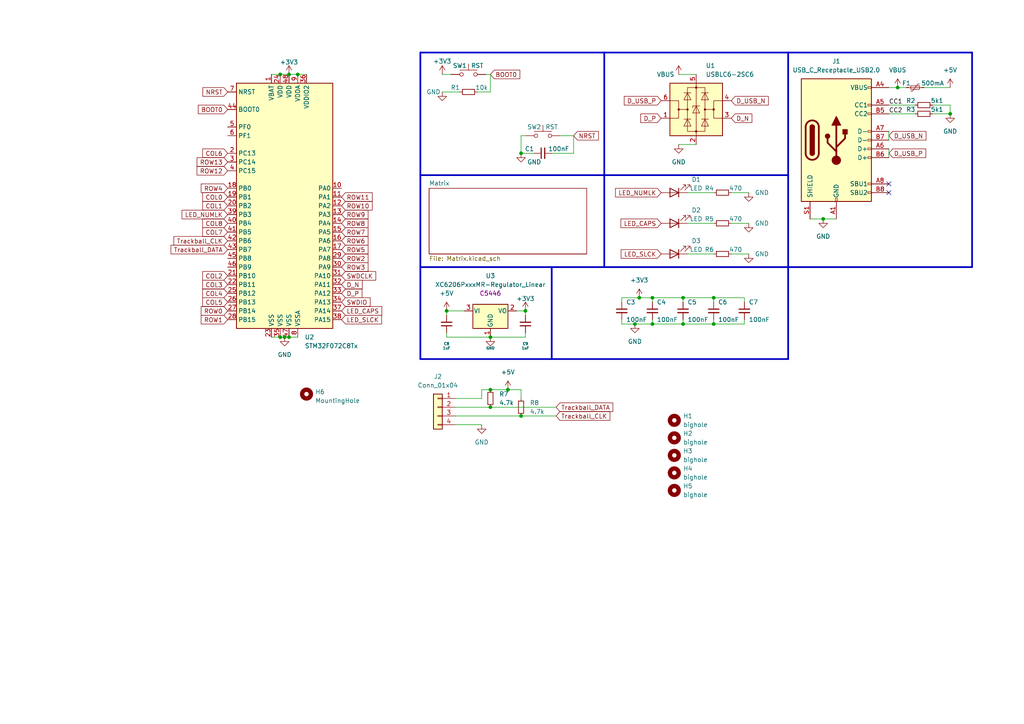
<source format=kicad_sch>
(kicad_sch (version 20230121) (generator eeschema)

  (uuid 4811c7b7-222c-4bb6-b7b5-b7dd4d2eb234)

  (paper "A4")

  (lib_symbols
    (symbol "Connector:USB_C_Receptacle_USB2.0" (pin_names (offset 1.016)) (in_bom yes) (on_board yes)
      (property "Reference" "J" (at -10.16 19.05 0)
        (effects (font (size 1.27 1.27)) (justify left))
      )
      (property "Value" "USB_C_Receptacle_USB2.0" (at 19.05 19.05 0)
        (effects (font (size 1.27 1.27)) (justify right))
      )
      (property "Footprint" "" (at 3.81 0 0)
        (effects (font (size 1.27 1.27)) hide)
      )
      (property "Datasheet" "https://www.usb.org/sites/default/files/documents/usb_type-c.zip" (at 3.81 0 0)
        (effects (font (size 1.27 1.27)) hide)
      )
      (property "ki_keywords" "usb universal serial bus type-C USB2.0" (at 0 0 0)
        (effects (font (size 1.27 1.27)) hide)
      )
      (property "ki_description" "USB 2.0-only Type-C Receptacle connector" (at 0 0 0)
        (effects (font (size 1.27 1.27)) hide)
      )
      (property "ki_fp_filters" "USB*C*Receptacle*" (at 0 0 0)
        (effects (font (size 1.27 1.27)) hide)
      )
      (symbol "USB_C_Receptacle_USB2.0_0_0"
        (rectangle (start -0.254 -17.78) (end 0.254 -16.764)
          (stroke (width 0) (type default))
          (fill (type none))
        )
        (rectangle (start 10.16 -14.986) (end 9.144 -15.494)
          (stroke (width 0) (type default))
          (fill (type none))
        )
        (rectangle (start 10.16 -12.446) (end 9.144 -12.954)
          (stroke (width 0) (type default))
          (fill (type none))
        )
        (rectangle (start 10.16 -4.826) (end 9.144 -5.334)
          (stroke (width 0) (type default))
          (fill (type none))
        )
        (rectangle (start 10.16 -2.286) (end 9.144 -2.794)
          (stroke (width 0) (type default))
          (fill (type none))
        )
        (rectangle (start 10.16 0.254) (end 9.144 -0.254)
          (stroke (width 0) (type default))
          (fill (type none))
        )
        (rectangle (start 10.16 2.794) (end 9.144 2.286)
          (stroke (width 0) (type default))
          (fill (type none))
        )
        (rectangle (start 10.16 7.874) (end 9.144 7.366)
          (stroke (width 0) (type default))
          (fill (type none))
        )
        (rectangle (start 10.16 10.414) (end 9.144 9.906)
          (stroke (width 0) (type default))
          (fill (type none))
        )
        (rectangle (start 10.16 15.494) (end 9.144 14.986)
          (stroke (width 0) (type default))
          (fill (type none))
        )
      )
      (symbol "USB_C_Receptacle_USB2.0_0_1"
        (rectangle (start -10.16 17.78) (end 10.16 -17.78)
          (stroke (width 0.254) (type default))
          (fill (type background))
        )
        (arc (start -8.89 -3.81) (mid -6.985 -5.7067) (end -5.08 -3.81)
          (stroke (width 0.508) (type default))
          (fill (type none))
        )
        (arc (start -7.62 -3.81) (mid -6.985 -4.4423) (end -6.35 -3.81)
          (stroke (width 0.254) (type default))
          (fill (type none))
        )
        (arc (start -7.62 -3.81) (mid -6.985 -4.4423) (end -6.35 -3.81)
          (stroke (width 0.254) (type default))
          (fill (type outline))
        )
        (rectangle (start -7.62 -3.81) (end -6.35 3.81)
          (stroke (width 0.254) (type default))
          (fill (type outline))
        )
        (arc (start -6.35 3.81) (mid -6.985 4.4423) (end -7.62 3.81)
          (stroke (width 0.254) (type default))
          (fill (type none))
        )
        (arc (start -6.35 3.81) (mid -6.985 4.4423) (end -7.62 3.81)
          (stroke (width 0.254) (type default))
          (fill (type outline))
        )
        (arc (start -5.08 3.81) (mid -6.985 5.7067) (end -8.89 3.81)
          (stroke (width 0.508) (type default))
          (fill (type none))
        )
        (circle (center -2.54 1.143) (radius 0.635)
          (stroke (width 0.254) (type default))
          (fill (type outline))
        )
        (circle (center 0 -5.842) (radius 1.27)
          (stroke (width 0) (type default))
          (fill (type outline))
        )
        (polyline
          (pts
            (xy -8.89 -3.81)
            (xy -8.89 3.81)
          )
          (stroke (width 0.508) (type default))
          (fill (type none))
        )
        (polyline
          (pts
            (xy -5.08 3.81)
            (xy -5.08 -3.81)
          )
          (stroke (width 0.508) (type default))
          (fill (type none))
        )
        (polyline
          (pts
            (xy 0 -5.842)
            (xy 0 4.318)
          )
          (stroke (width 0.508) (type default))
          (fill (type none))
        )
        (polyline
          (pts
            (xy 0 -3.302)
            (xy -2.54 -0.762)
            (xy -2.54 0.508)
          )
          (stroke (width 0.508) (type default))
          (fill (type none))
        )
        (polyline
          (pts
            (xy 0 -2.032)
            (xy 2.54 0.508)
            (xy 2.54 1.778)
          )
          (stroke (width 0.508) (type default))
          (fill (type none))
        )
        (polyline
          (pts
            (xy -1.27 4.318)
            (xy 0 6.858)
            (xy 1.27 4.318)
            (xy -1.27 4.318)
          )
          (stroke (width 0.254) (type default))
          (fill (type outline))
        )
        (rectangle (start 1.905 1.778) (end 3.175 3.048)
          (stroke (width 0.254) (type default))
          (fill (type outline))
        )
      )
      (symbol "USB_C_Receptacle_USB2.0_1_1"
        (pin passive line (at 0 -22.86 90) (length 5.08)
          (name "GND" (effects (font (size 1.27 1.27))))
          (number "A1" (effects (font (size 1.27 1.27))))
        )
        (pin passive line (at 0 -22.86 90) (length 5.08) hide
          (name "GND" (effects (font (size 1.27 1.27))))
          (number "A12" (effects (font (size 1.27 1.27))))
        )
        (pin passive line (at 15.24 15.24 180) (length 5.08)
          (name "VBUS" (effects (font (size 1.27 1.27))))
          (number "A4" (effects (font (size 1.27 1.27))))
        )
        (pin bidirectional line (at 15.24 10.16 180) (length 5.08)
          (name "CC1" (effects (font (size 1.27 1.27))))
          (number "A5" (effects (font (size 1.27 1.27))))
        )
        (pin bidirectional line (at 15.24 -2.54 180) (length 5.08)
          (name "D+" (effects (font (size 1.27 1.27))))
          (number "A6" (effects (font (size 1.27 1.27))))
        )
        (pin bidirectional line (at 15.24 2.54 180) (length 5.08)
          (name "D-" (effects (font (size 1.27 1.27))))
          (number "A7" (effects (font (size 1.27 1.27))))
        )
        (pin bidirectional line (at 15.24 -12.7 180) (length 5.08)
          (name "SBU1" (effects (font (size 1.27 1.27))))
          (number "A8" (effects (font (size 1.27 1.27))))
        )
        (pin passive line (at 15.24 15.24 180) (length 5.08) hide
          (name "VBUS" (effects (font (size 1.27 1.27))))
          (number "A9" (effects (font (size 1.27 1.27))))
        )
        (pin passive line (at 0 -22.86 90) (length 5.08) hide
          (name "GND" (effects (font (size 1.27 1.27))))
          (number "B1" (effects (font (size 1.27 1.27))))
        )
        (pin passive line (at 0 -22.86 90) (length 5.08) hide
          (name "GND" (effects (font (size 1.27 1.27))))
          (number "B12" (effects (font (size 1.27 1.27))))
        )
        (pin passive line (at 15.24 15.24 180) (length 5.08) hide
          (name "VBUS" (effects (font (size 1.27 1.27))))
          (number "B4" (effects (font (size 1.27 1.27))))
        )
        (pin bidirectional line (at 15.24 7.62 180) (length 5.08)
          (name "CC2" (effects (font (size 1.27 1.27))))
          (number "B5" (effects (font (size 1.27 1.27))))
        )
        (pin bidirectional line (at 15.24 -5.08 180) (length 5.08)
          (name "D+" (effects (font (size 1.27 1.27))))
          (number "B6" (effects (font (size 1.27 1.27))))
        )
        (pin bidirectional line (at 15.24 0 180) (length 5.08)
          (name "D-" (effects (font (size 1.27 1.27))))
          (number "B7" (effects (font (size 1.27 1.27))))
        )
        (pin bidirectional line (at 15.24 -15.24 180) (length 5.08)
          (name "SBU2" (effects (font (size 1.27 1.27))))
          (number "B8" (effects (font (size 1.27 1.27))))
        )
        (pin passive line (at 15.24 15.24 180) (length 5.08) hide
          (name "VBUS" (effects (font (size 1.27 1.27))))
          (number "B9" (effects (font (size 1.27 1.27))))
        )
        (pin passive line (at -7.62 -22.86 90) (length 5.08)
          (name "SHIELD" (effects (font (size 1.27 1.27))))
          (number "S1" (effects (font (size 1.27 1.27))))
        )
      )
    )
    (symbol "Connector_Generic:Conn_01x04" (pin_names (offset 1.016) hide) (in_bom yes) (on_board yes)
      (property "Reference" "J" (at 0 5.08 0)
        (effects (font (size 1.27 1.27)))
      )
      (property "Value" "Conn_01x04" (at 0 -7.62 0)
        (effects (font (size 1.27 1.27)))
      )
      (property "Footprint" "" (at 0 0 0)
        (effects (font (size 1.27 1.27)) hide)
      )
      (property "Datasheet" "~" (at 0 0 0)
        (effects (font (size 1.27 1.27)) hide)
      )
      (property "ki_keywords" "connector" (at 0 0 0)
        (effects (font (size 1.27 1.27)) hide)
      )
      (property "ki_description" "Generic connector, single row, 01x04, script generated (kicad-library-utils/schlib/autogen/connector/)" (at 0 0 0)
        (effects (font (size 1.27 1.27)) hide)
      )
      (property "ki_fp_filters" "Connector*:*_1x??_*" (at 0 0 0)
        (effects (font (size 1.27 1.27)) hide)
      )
      (symbol "Conn_01x04_1_1"
        (rectangle (start -1.27 -4.953) (end 0 -5.207)
          (stroke (width 0.1524) (type default))
          (fill (type none))
        )
        (rectangle (start -1.27 -2.413) (end 0 -2.667)
          (stroke (width 0.1524) (type default))
          (fill (type none))
        )
        (rectangle (start -1.27 0.127) (end 0 -0.127)
          (stroke (width 0.1524) (type default))
          (fill (type none))
        )
        (rectangle (start -1.27 2.667) (end 0 2.413)
          (stroke (width 0.1524) (type default))
          (fill (type none))
        )
        (rectangle (start -1.27 3.81) (end 1.27 -6.35)
          (stroke (width 0.254) (type default))
          (fill (type background))
        )
        (pin passive line (at -5.08 2.54 0) (length 3.81)
          (name "Pin_1" (effects (font (size 1.27 1.27))))
          (number "1" (effects (font (size 1.27 1.27))))
        )
        (pin passive line (at -5.08 0 0) (length 3.81)
          (name "Pin_2" (effects (font (size 1.27 1.27))))
          (number "2" (effects (font (size 1.27 1.27))))
        )
        (pin passive line (at -5.08 -2.54 0) (length 3.81)
          (name "Pin_3" (effects (font (size 1.27 1.27))))
          (number "3" (effects (font (size 1.27 1.27))))
        )
        (pin passive line (at -5.08 -5.08 0) (length 3.81)
          (name "Pin_4" (effects (font (size 1.27 1.27))))
          (number "4" (effects (font (size 1.27 1.27))))
        )
      )
    )
    (symbol "Device:C_Small" (pin_numbers hide) (pin_names (offset 0.254) hide) (in_bom yes) (on_board yes)
      (property "Reference" "C" (at 0.254 1.778 0)
        (effects (font (size 1.27 1.27)) (justify left))
      )
      (property "Value" "C_Small" (at 0.254 -2.032 0)
        (effects (font (size 1.27 1.27)) (justify left))
      )
      (property "Footprint" "" (at 0 0 0)
        (effects (font (size 1.27 1.27)) hide)
      )
      (property "Datasheet" "~" (at 0 0 0)
        (effects (font (size 1.27 1.27)) hide)
      )
      (property "ki_keywords" "capacitor cap" (at 0 0 0)
        (effects (font (size 1.27 1.27)) hide)
      )
      (property "ki_description" "Unpolarized capacitor, small symbol" (at 0 0 0)
        (effects (font (size 1.27 1.27)) hide)
      )
      (property "ki_fp_filters" "C_*" (at 0 0 0)
        (effects (font (size 1.27 1.27)) hide)
      )
      (symbol "C_Small_0_1"
        (polyline
          (pts
            (xy -1.524 -0.508)
            (xy 1.524 -0.508)
          )
          (stroke (width 0.3302) (type default))
          (fill (type none))
        )
        (polyline
          (pts
            (xy -1.524 0.508)
            (xy 1.524 0.508)
          )
          (stroke (width 0.3048) (type default))
          (fill (type none))
        )
      )
      (symbol "C_Small_1_1"
        (pin passive line (at 0 2.54 270) (length 2.032)
          (name "~" (effects (font (size 1.27 1.27))))
          (number "1" (effects (font (size 1.27 1.27))))
        )
        (pin passive line (at 0 -2.54 90) (length 2.032)
          (name "~" (effects (font (size 1.27 1.27))))
          (number "2" (effects (font (size 1.27 1.27))))
        )
      )
    )
    (symbol "Device:LED" (pin_numbers hide) (pin_names (offset 1.016) hide) (in_bom yes) (on_board yes)
      (property "Reference" "D" (at 0 2.54 0)
        (effects (font (size 1.27 1.27)))
      )
      (property "Value" "LED" (at 0 -2.54 0)
        (effects (font (size 1.27 1.27)))
      )
      (property "Footprint" "" (at 0 0 0)
        (effects (font (size 1.27 1.27)) hide)
      )
      (property "Datasheet" "~" (at 0 0 0)
        (effects (font (size 1.27 1.27)) hide)
      )
      (property "ki_keywords" "LED diode" (at 0 0 0)
        (effects (font (size 1.27 1.27)) hide)
      )
      (property "ki_description" "Light emitting diode" (at 0 0 0)
        (effects (font (size 1.27 1.27)) hide)
      )
      (property "ki_fp_filters" "LED* LED_SMD:* LED_THT:*" (at 0 0 0)
        (effects (font (size 1.27 1.27)) hide)
      )
      (symbol "LED_0_1"
        (polyline
          (pts
            (xy -1.27 -1.27)
            (xy -1.27 1.27)
          )
          (stroke (width 0.254) (type default))
          (fill (type none))
        )
        (polyline
          (pts
            (xy -1.27 0)
            (xy 1.27 0)
          )
          (stroke (width 0) (type default))
          (fill (type none))
        )
        (polyline
          (pts
            (xy 1.27 -1.27)
            (xy 1.27 1.27)
            (xy -1.27 0)
            (xy 1.27 -1.27)
          )
          (stroke (width 0.254) (type default))
          (fill (type none))
        )
        (polyline
          (pts
            (xy -3.048 -0.762)
            (xy -4.572 -2.286)
            (xy -3.81 -2.286)
            (xy -4.572 -2.286)
            (xy -4.572 -1.524)
          )
          (stroke (width 0) (type default))
          (fill (type none))
        )
        (polyline
          (pts
            (xy -1.778 -0.762)
            (xy -3.302 -2.286)
            (xy -2.54 -2.286)
            (xy -3.302 -2.286)
            (xy -3.302 -1.524)
          )
          (stroke (width 0) (type default))
          (fill (type none))
        )
      )
      (symbol "LED_1_1"
        (pin passive line (at -3.81 0 0) (length 2.54)
          (name "K" (effects (font (size 1.27 1.27))))
          (number "1" (effects (font (size 1.27 1.27))))
        )
        (pin passive line (at 3.81 0 180) (length 2.54)
          (name "A" (effects (font (size 1.27 1.27))))
          (number "2" (effects (font (size 1.27 1.27))))
        )
      )
    )
    (symbol "Device:Polyfuse_Small" (pin_numbers hide) (pin_names (offset 0)) (in_bom yes) (on_board yes)
      (property "Reference" "F" (at -1.905 0 90)
        (effects (font (size 1.27 1.27)))
      )
      (property "Value" "Polyfuse_Small" (at 1.905 0 90)
        (effects (font (size 1.27 1.27)))
      )
      (property "Footprint" "" (at 1.27 -5.08 0)
        (effects (font (size 1.27 1.27)) (justify left) hide)
      )
      (property "Datasheet" "~" (at 0 0 0)
        (effects (font (size 1.27 1.27)) hide)
      )
      (property "ki_keywords" "resettable fuse PTC PPTC polyfuse polyswitch" (at 0 0 0)
        (effects (font (size 1.27 1.27)) hide)
      )
      (property "ki_description" "Resettable fuse, polymeric positive temperature coefficient, small symbol" (at 0 0 0)
        (effects (font (size 1.27 1.27)) hide)
      )
      (property "ki_fp_filters" "*polyfuse* *PTC*" (at 0 0 0)
        (effects (font (size 1.27 1.27)) hide)
      )
      (symbol "Polyfuse_Small_0_1"
        (rectangle (start -0.508 1.27) (end 0.508 -1.27)
          (stroke (width 0) (type default))
          (fill (type none))
        )
        (polyline
          (pts
            (xy 0 2.54)
            (xy 0 -2.54)
          )
          (stroke (width 0) (type default))
          (fill (type none))
        )
        (polyline
          (pts
            (xy -1.016 1.27)
            (xy -1.016 0.762)
            (xy 1.016 -0.762)
            (xy 1.016 -1.27)
          )
          (stroke (width 0) (type default))
          (fill (type none))
        )
      )
      (symbol "Polyfuse_Small_1_1"
        (pin passive line (at 0 2.54 270) (length 0.635)
          (name "~" (effects (font (size 1.27 1.27))))
          (number "1" (effects (font (size 1.27 1.27))))
        )
        (pin passive line (at 0 -2.54 90) (length 0.635)
          (name "~" (effects (font (size 1.27 1.27))))
          (number "2" (effects (font (size 1.27 1.27))))
        )
      )
    )
    (symbol "Device:R_Small" (pin_numbers hide) (pin_names (offset 0.254) hide) (in_bom yes) (on_board yes)
      (property "Reference" "R" (at 0.762 0.508 0)
        (effects (font (size 1.27 1.27)) (justify left))
      )
      (property "Value" "R_Small" (at 0.762 -1.016 0)
        (effects (font (size 1.27 1.27)) (justify left))
      )
      (property "Footprint" "" (at 0 0 0)
        (effects (font (size 1.27 1.27)) hide)
      )
      (property "Datasheet" "~" (at 0 0 0)
        (effects (font (size 1.27 1.27)) hide)
      )
      (property "ki_keywords" "R resistor" (at 0 0 0)
        (effects (font (size 1.27 1.27)) hide)
      )
      (property "ki_description" "Resistor, small symbol" (at 0 0 0)
        (effects (font (size 1.27 1.27)) hide)
      )
      (property "ki_fp_filters" "R_*" (at 0 0 0)
        (effects (font (size 1.27 1.27)) hide)
      )
      (symbol "R_Small_0_1"
        (rectangle (start -0.762 1.778) (end 0.762 -1.778)
          (stroke (width 0.2032) (type default))
          (fill (type none))
        )
      )
      (symbol "R_Small_1_1"
        (pin passive line (at 0 2.54 270) (length 0.762)
          (name "~" (effects (font (size 1.27 1.27))))
          (number "1" (effects (font (size 1.27 1.27))))
        )
        (pin passive line (at 0 -2.54 90) (length 0.762)
          (name "~" (effects (font (size 1.27 1.27))))
          (number "2" (effects (font (size 1.27 1.27))))
        )
      )
    )
    (symbol "MCU_ST_STM32F0:STM32F072C8Tx" (in_bom yes) (on_board yes)
      (property "Reference" "U" (at -15.24 36.83 0)
        (effects (font (size 1.27 1.27)) (justify left))
      )
      (property "Value" "STM32F072C8Tx" (at 7.62 36.83 0)
        (effects (font (size 1.27 1.27)) (justify left))
      )
      (property "Footprint" "Package_QFP:LQFP-48_7x7mm_P0.5mm" (at -15.24 -35.56 0)
        (effects (font (size 1.27 1.27)) (justify right) hide)
      )
      (property "Datasheet" "http://www.st.com/st-web-ui/static/active/en/resource/technical/document/datasheet/DM00090510.pdf" (at 0 0 0)
        (effects (font (size 1.27 1.27)) hide)
      )
      (property "ki_keywords" "ARM Cortex-M0 STM32F0 STM32F0x2" (at 0 0 0)
        (effects (font (size 1.27 1.27)) hide)
      )
      (property "ki_description" "ARM Cortex-M0 MCU, 64KB flash, 16KB RAM, 48MHz, 2-3.6V, 37 GPIO, LQFP-48" (at 0 0 0)
        (effects (font (size 1.27 1.27)) hide)
      )
      (property "ki_fp_filters" "LQFP*7x7mm*P0.5mm*" (at 0 0 0)
        (effects (font (size 1.27 1.27)) hide)
      )
      (symbol "STM32F072C8Tx_0_1"
        (rectangle (start -15.24 -35.56) (end 12.7 35.56)
          (stroke (width 0.254) (type default))
          (fill (type background))
        )
      )
      (symbol "STM32F072C8Tx_1_1"
        (pin power_in line (at -5.08 38.1 270) (length 2.54)
          (name "VBAT" (effects (font (size 1.27 1.27))))
          (number "1" (effects (font (size 1.27 1.27))))
        )
        (pin bidirectional line (at 15.24 5.08 180) (length 2.54)
          (name "PA0" (effects (font (size 1.27 1.27))))
          (number "10" (effects (font (size 1.27 1.27))))
        )
        (pin bidirectional line (at 15.24 2.54 180) (length 2.54)
          (name "PA1" (effects (font (size 1.27 1.27))))
          (number "11" (effects (font (size 1.27 1.27))))
        )
        (pin bidirectional line (at 15.24 0 180) (length 2.54)
          (name "PA2" (effects (font (size 1.27 1.27))))
          (number "12" (effects (font (size 1.27 1.27))))
        )
        (pin bidirectional line (at 15.24 -2.54 180) (length 2.54)
          (name "PA3" (effects (font (size 1.27 1.27))))
          (number "13" (effects (font (size 1.27 1.27))))
        )
        (pin bidirectional line (at 15.24 -5.08 180) (length 2.54)
          (name "PA4" (effects (font (size 1.27 1.27))))
          (number "14" (effects (font (size 1.27 1.27))))
        )
        (pin bidirectional line (at 15.24 -7.62 180) (length 2.54)
          (name "PA5" (effects (font (size 1.27 1.27))))
          (number "15" (effects (font (size 1.27 1.27))))
        )
        (pin bidirectional line (at 15.24 -10.16 180) (length 2.54)
          (name "PA6" (effects (font (size 1.27 1.27))))
          (number "16" (effects (font (size 1.27 1.27))))
        )
        (pin bidirectional line (at 15.24 -12.7 180) (length 2.54)
          (name "PA7" (effects (font (size 1.27 1.27))))
          (number "17" (effects (font (size 1.27 1.27))))
        )
        (pin bidirectional line (at -17.78 5.08 0) (length 2.54)
          (name "PB0" (effects (font (size 1.27 1.27))))
          (number "18" (effects (font (size 1.27 1.27))))
        )
        (pin bidirectional line (at -17.78 2.54 0) (length 2.54)
          (name "PB1" (effects (font (size 1.27 1.27))))
          (number "19" (effects (font (size 1.27 1.27))))
        )
        (pin bidirectional line (at -17.78 15.24 0) (length 2.54)
          (name "PC13" (effects (font (size 1.27 1.27))))
          (number "2" (effects (font (size 1.27 1.27))))
        )
        (pin bidirectional line (at -17.78 0 0) (length 2.54)
          (name "PB2" (effects (font (size 1.27 1.27))))
          (number "20" (effects (font (size 1.27 1.27))))
        )
        (pin bidirectional line (at -17.78 -20.32 0) (length 2.54)
          (name "PB10" (effects (font (size 1.27 1.27))))
          (number "21" (effects (font (size 1.27 1.27))))
        )
        (pin bidirectional line (at -17.78 -22.86 0) (length 2.54)
          (name "PB11" (effects (font (size 1.27 1.27))))
          (number "22" (effects (font (size 1.27 1.27))))
        )
        (pin power_in line (at -5.08 -38.1 90) (length 2.54)
          (name "VSS" (effects (font (size 1.27 1.27))))
          (number "23" (effects (font (size 1.27 1.27))))
        )
        (pin power_in line (at -2.54 38.1 270) (length 2.54)
          (name "VDD" (effects (font (size 1.27 1.27))))
          (number "24" (effects (font (size 1.27 1.27))))
        )
        (pin bidirectional line (at -17.78 -25.4 0) (length 2.54)
          (name "PB12" (effects (font (size 1.27 1.27))))
          (number "25" (effects (font (size 1.27 1.27))))
        )
        (pin bidirectional line (at -17.78 -27.94 0) (length 2.54)
          (name "PB13" (effects (font (size 1.27 1.27))))
          (number "26" (effects (font (size 1.27 1.27))))
        )
        (pin bidirectional line (at -17.78 -30.48 0) (length 2.54)
          (name "PB14" (effects (font (size 1.27 1.27))))
          (number "27" (effects (font (size 1.27 1.27))))
        )
        (pin bidirectional line (at -17.78 -33.02 0) (length 2.54)
          (name "PB15" (effects (font (size 1.27 1.27))))
          (number "28" (effects (font (size 1.27 1.27))))
        )
        (pin bidirectional line (at 15.24 -15.24 180) (length 2.54)
          (name "PA8" (effects (font (size 1.27 1.27))))
          (number "29" (effects (font (size 1.27 1.27))))
        )
        (pin bidirectional line (at -17.78 12.7 0) (length 2.54)
          (name "PC14" (effects (font (size 1.27 1.27))))
          (number "3" (effects (font (size 1.27 1.27))))
        )
        (pin bidirectional line (at 15.24 -17.78 180) (length 2.54)
          (name "PA9" (effects (font (size 1.27 1.27))))
          (number "30" (effects (font (size 1.27 1.27))))
        )
        (pin bidirectional line (at 15.24 -20.32 180) (length 2.54)
          (name "PA10" (effects (font (size 1.27 1.27))))
          (number "31" (effects (font (size 1.27 1.27))))
        )
        (pin bidirectional line (at 15.24 -22.86 180) (length 2.54)
          (name "PA11" (effects (font (size 1.27 1.27))))
          (number "32" (effects (font (size 1.27 1.27))))
        )
        (pin bidirectional line (at 15.24 -25.4 180) (length 2.54)
          (name "PA12" (effects (font (size 1.27 1.27))))
          (number "33" (effects (font (size 1.27 1.27))))
        )
        (pin bidirectional line (at 15.24 -27.94 180) (length 2.54)
          (name "PA13" (effects (font (size 1.27 1.27))))
          (number "34" (effects (font (size 1.27 1.27))))
        )
        (pin power_in line (at -2.54 -38.1 90) (length 2.54)
          (name "VSS" (effects (font (size 1.27 1.27))))
          (number "35" (effects (font (size 1.27 1.27))))
        )
        (pin power_in line (at 5.08 38.1 270) (length 2.54)
          (name "VDDIO2" (effects (font (size 1.27 1.27))))
          (number "36" (effects (font (size 1.27 1.27))))
        )
        (pin bidirectional line (at 15.24 -30.48 180) (length 2.54)
          (name "PA14" (effects (font (size 1.27 1.27))))
          (number "37" (effects (font (size 1.27 1.27))))
        )
        (pin bidirectional line (at 15.24 -33.02 180) (length 2.54)
          (name "PA15" (effects (font (size 1.27 1.27))))
          (number "38" (effects (font (size 1.27 1.27))))
        )
        (pin bidirectional line (at -17.78 -2.54 0) (length 2.54)
          (name "PB3" (effects (font (size 1.27 1.27))))
          (number "39" (effects (font (size 1.27 1.27))))
        )
        (pin bidirectional line (at -17.78 10.16 0) (length 2.54)
          (name "PC15" (effects (font (size 1.27 1.27))))
          (number "4" (effects (font (size 1.27 1.27))))
        )
        (pin bidirectional line (at -17.78 -5.08 0) (length 2.54)
          (name "PB4" (effects (font (size 1.27 1.27))))
          (number "40" (effects (font (size 1.27 1.27))))
        )
        (pin bidirectional line (at -17.78 -7.62 0) (length 2.54)
          (name "PB5" (effects (font (size 1.27 1.27))))
          (number "41" (effects (font (size 1.27 1.27))))
        )
        (pin bidirectional line (at -17.78 -10.16 0) (length 2.54)
          (name "PB6" (effects (font (size 1.27 1.27))))
          (number "42" (effects (font (size 1.27 1.27))))
        )
        (pin bidirectional line (at -17.78 -12.7 0) (length 2.54)
          (name "PB7" (effects (font (size 1.27 1.27))))
          (number "43" (effects (font (size 1.27 1.27))))
        )
        (pin input line (at -17.78 27.94 0) (length 2.54)
          (name "BOOT0" (effects (font (size 1.27 1.27))))
          (number "44" (effects (font (size 1.27 1.27))))
        )
        (pin bidirectional line (at -17.78 -15.24 0) (length 2.54)
          (name "PB8" (effects (font (size 1.27 1.27))))
          (number "45" (effects (font (size 1.27 1.27))))
        )
        (pin bidirectional line (at -17.78 -17.78 0) (length 2.54)
          (name "PB9" (effects (font (size 1.27 1.27))))
          (number "46" (effects (font (size 1.27 1.27))))
        )
        (pin power_in line (at 0 -38.1 90) (length 2.54)
          (name "VSS" (effects (font (size 1.27 1.27))))
          (number "47" (effects (font (size 1.27 1.27))))
        )
        (pin power_in line (at 0 38.1 270) (length 2.54)
          (name "VDD" (effects (font (size 1.27 1.27))))
          (number "48" (effects (font (size 1.27 1.27))))
        )
        (pin input line (at -17.78 22.86 0) (length 2.54)
          (name "PF0" (effects (font (size 1.27 1.27))))
          (number "5" (effects (font (size 1.27 1.27))))
        )
        (pin input line (at -17.78 20.32 0) (length 2.54)
          (name "PF1" (effects (font (size 1.27 1.27))))
          (number "6" (effects (font (size 1.27 1.27))))
        )
        (pin input line (at -17.78 33.02 0) (length 2.54)
          (name "NRST" (effects (font (size 1.27 1.27))))
          (number "7" (effects (font (size 1.27 1.27))))
        )
        (pin power_in line (at 2.54 -38.1 90) (length 2.54)
          (name "VSSA" (effects (font (size 1.27 1.27))))
          (number "8" (effects (font (size 1.27 1.27))))
        )
        (pin power_in line (at 2.54 38.1 270) (length 2.54)
          (name "VDDA" (effects (font (size 1.27 1.27))))
          (number "9" (effects (font (size 1.27 1.27))))
        )
      )
    )
    (symbol "Mechanical:MountingHole" (pin_names (offset 1.016)) (in_bom yes) (on_board yes)
      (property "Reference" "H" (at 0 5.08 0)
        (effects (font (size 1.27 1.27)))
      )
      (property "Value" "MountingHole" (at 0 3.175 0)
        (effects (font (size 1.27 1.27)))
      )
      (property "Footprint" "" (at 0 0 0)
        (effects (font (size 1.27 1.27)) hide)
      )
      (property "Datasheet" "~" (at 0 0 0)
        (effects (font (size 1.27 1.27)) hide)
      )
      (property "ki_keywords" "mounting hole" (at 0 0 0)
        (effects (font (size 1.27 1.27)) hide)
      )
      (property "ki_description" "Mounting Hole without connection" (at 0 0 0)
        (effects (font (size 1.27 1.27)) hide)
      )
      (property "ki_fp_filters" "MountingHole*" (at 0 0 0)
        (effects (font (size 1.27 1.27)) hide)
      )
      (symbol "MountingHole_0_1"
        (circle (center 0 0) (radius 1.27)
          (stroke (width 1.27) (type default))
          (fill (type none))
        )
      )
    )
    (symbol "Power_Protection:USBLC6-2SC6" (pin_names hide) (in_bom yes) (on_board yes)
      (property "Reference" "U" (at 2.54 8.89 0)
        (effects (font (size 1.27 1.27)) (justify left))
      )
      (property "Value" "USBLC6-2SC6" (at 2.54 -8.89 0)
        (effects (font (size 1.27 1.27)) (justify left))
      )
      (property "Footprint" "Package_TO_SOT_SMD:SOT-23-6" (at 0 -12.7 0)
        (effects (font (size 1.27 1.27)) hide)
      )
      (property "Datasheet" "https://www.st.com/resource/en/datasheet/usblc6-2.pdf" (at 5.08 8.89 0)
        (effects (font (size 1.27 1.27)) hide)
      )
      (property "ki_keywords" "usb ethernet video" (at 0 0 0)
        (effects (font (size 1.27 1.27)) hide)
      )
      (property "ki_description" "Very low capacitance ESD protection diode, 2 data-line, SOT-23-6" (at 0 0 0)
        (effects (font (size 1.27 1.27)) hide)
      )
      (property "ki_fp_filters" "SOT?23*" (at 0 0 0)
        (effects (font (size 1.27 1.27)) hide)
      )
      (symbol "USBLC6-2SC6_0_1"
        (rectangle (start -7.62 -7.62) (end 7.62 7.62)
          (stroke (width 0.254) (type default))
          (fill (type background))
        )
        (circle (center -5.08 0) (radius 0.254)
          (stroke (width 0) (type default))
          (fill (type outline))
        )
        (circle (center -2.54 0) (radius 0.254)
          (stroke (width 0) (type default))
          (fill (type outline))
        )
        (rectangle (start -2.54 6.35) (end 2.54 -6.35)
          (stroke (width 0) (type default))
          (fill (type none))
        )
        (circle (center 0 -6.35) (radius 0.254)
          (stroke (width 0) (type default))
          (fill (type outline))
        )
        (polyline
          (pts
            (xy -5.08 -2.54)
            (xy -7.62 -2.54)
          )
          (stroke (width 0) (type default))
          (fill (type none))
        )
        (polyline
          (pts
            (xy -5.08 0)
            (xy -5.08 -2.54)
          )
          (stroke (width 0) (type default))
          (fill (type none))
        )
        (polyline
          (pts
            (xy -5.08 2.54)
            (xy -7.62 2.54)
          )
          (stroke (width 0) (type default))
          (fill (type none))
        )
        (polyline
          (pts
            (xy -1.524 -2.794)
            (xy -3.556 -2.794)
          )
          (stroke (width 0) (type default))
          (fill (type none))
        )
        (polyline
          (pts
            (xy -1.524 4.826)
            (xy -3.556 4.826)
          )
          (stroke (width 0) (type default))
          (fill (type none))
        )
        (polyline
          (pts
            (xy 0 -7.62)
            (xy 0 -6.35)
          )
          (stroke (width 0) (type default))
          (fill (type none))
        )
        (polyline
          (pts
            (xy 0 -6.35)
            (xy 0 1.27)
          )
          (stroke (width 0) (type default))
          (fill (type none))
        )
        (polyline
          (pts
            (xy 0 1.27)
            (xy 0 6.35)
          )
          (stroke (width 0) (type default))
          (fill (type none))
        )
        (polyline
          (pts
            (xy 0 6.35)
            (xy 0 7.62)
          )
          (stroke (width 0) (type default))
          (fill (type none))
        )
        (polyline
          (pts
            (xy 1.524 -2.794)
            (xy 3.556 -2.794)
          )
          (stroke (width 0) (type default))
          (fill (type none))
        )
        (polyline
          (pts
            (xy 1.524 4.826)
            (xy 3.556 4.826)
          )
          (stroke (width 0) (type default))
          (fill (type none))
        )
        (polyline
          (pts
            (xy 5.08 -2.54)
            (xy 7.62 -2.54)
          )
          (stroke (width 0) (type default))
          (fill (type none))
        )
        (polyline
          (pts
            (xy 5.08 0)
            (xy 5.08 -2.54)
          )
          (stroke (width 0) (type default))
          (fill (type none))
        )
        (polyline
          (pts
            (xy 5.08 2.54)
            (xy 7.62 2.54)
          )
          (stroke (width 0) (type default))
          (fill (type none))
        )
        (polyline
          (pts
            (xy -2.54 0)
            (xy -5.08 0)
            (xy -5.08 2.54)
          )
          (stroke (width 0) (type default))
          (fill (type none))
        )
        (polyline
          (pts
            (xy 2.54 0)
            (xy 5.08 0)
            (xy 5.08 2.54)
          )
          (stroke (width 0) (type default))
          (fill (type none))
        )
        (polyline
          (pts
            (xy -3.556 -4.826)
            (xy -1.524 -4.826)
            (xy -2.54 -2.794)
            (xy -3.556 -4.826)
          )
          (stroke (width 0) (type default))
          (fill (type none))
        )
        (polyline
          (pts
            (xy -3.556 2.794)
            (xy -1.524 2.794)
            (xy -2.54 4.826)
            (xy -3.556 2.794)
          )
          (stroke (width 0) (type default))
          (fill (type none))
        )
        (polyline
          (pts
            (xy -1.016 -1.016)
            (xy 1.016 -1.016)
            (xy 0 1.016)
            (xy -1.016 -1.016)
          )
          (stroke (width 0) (type default))
          (fill (type none))
        )
        (polyline
          (pts
            (xy 1.016 1.016)
            (xy 0.762 1.016)
            (xy -1.016 1.016)
            (xy -1.016 0.508)
          )
          (stroke (width 0) (type default))
          (fill (type none))
        )
        (polyline
          (pts
            (xy 3.556 -4.826)
            (xy 1.524 -4.826)
            (xy 2.54 -2.794)
            (xy 3.556 -4.826)
          )
          (stroke (width 0) (type default))
          (fill (type none))
        )
        (polyline
          (pts
            (xy 3.556 2.794)
            (xy 1.524 2.794)
            (xy 2.54 4.826)
            (xy 3.556 2.794)
          )
          (stroke (width 0) (type default))
          (fill (type none))
        )
        (circle (center 0 6.35) (radius 0.254)
          (stroke (width 0) (type default))
          (fill (type outline))
        )
        (circle (center 2.54 0) (radius 0.254)
          (stroke (width 0) (type default))
          (fill (type outline))
        )
        (circle (center 5.08 0) (radius 0.254)
          (stroke (width 0) (type default))
          (fill (type outline))
        )
      )
      (symbol "USBLC6-2SC6_1_1"
        (pin passive line (at -10.16 -2.54 0) (length 2.54)
          (name "I/O1" (effects (font (size 1.27 1.27))))
          (number "1" (effects (font (size 1.27 1.27))))
        )
        (pin passive line (at 0 -10.16 90) (length 2.54)
          (name "GND" (effects (font (size 1.27 1.27))))
          (number "2" (effects (font (size 1.27 1.27))))
        )
        (pin passive line (at 10.16 -2.54 180) (length 2.54)
          (name "I/O2" (effects (font (size 1.27 1.27))))
          (number "3" (effects (font (size 1.27 1.27))))
        )
        (pin passive line (at 10.16 2.54 180) (length 2.54)
          (name "I/O2" (effects (font (size 1.27 1.27))))
          (number "4" (effects (font (size 1.27 1.27))))
        )
        (pin passive line (at 0 10.16 270) (length 2.54)
          (name "VBUS" (effects (font (size 1.27 1.27))))
          (number "5" (effects (font (size 1.27 1.27))))
        )
        (pin passive line (at -10.16 2.54 0) (length 2.54)
          (name "I/O1" (effects (font (size 1.27 1.27))))
          (number "6" (effects (font (size 1.27 1.27))))
        )
      )
    )
    (symbol "Switch:SW_Push" (pin_numbers hide) (pin_names (offset 1.016) hide) (in_bom yes) (on_board yes)
      (property "Reference" "SW" (at 1.27 2.54 0)
        (effects (font (size 1.27 1.27)) (justify left))
      )
      (property "Value" "SW_Push" (at 0 -1.524 0)
        (effects (font (size 1.27 1.27)))
      )
      (property "Footprint" "" (at 0 5.08 0)
        (effects (font (size 1.27 1.27)) hide)
      )
      (property "Datasheet" "~" (at 0 5.08 0)
        (effects (font (size 1.27 1.27)) hide)
      )
      (property "ki_keywords" "switch normally-open pushbutton push-button" (at 0 0 0)
        (effects (font (size 1.27 1.27)) hide)
      )
      (property "ki_description" "Push button switch, generic, two pins" (at 0 0 0)
        (effects (font (size 1.27 1.27)) hide)
      )
      (symbol "SW_Push_0_1"
        (circle (center -2.032 0) (radius 0.508)
          (stroke (width 0) (type default))
          (fill (type none))
        )
        (polyline
          (pts
            (xy 0 1.27)
            (xy 0 3.048)
          )
          (stroke (width 0) (type default))
          (fill (type none))
        )
        (polyline
          (pts
            (xy 2.54 1.27)
            (xy -2.54 1.27)
          )
          (stroke (width 0) (type default))
          (fill (type none))
        )
        (circle (center 2.032 0) (radius 0.508)
          (stroke (width 0) (type default))
          (fill (type none))
        )
        (pin passive line (at -5.08 0 0) (length 2.54)
          (name "1" (effects (font (size 1.27 1.27))))
          (number "1" (effects (font (size 1.27 1.27))))
        )
        (pin passive line (at 5.08 0 180) (length 2.54)
          (name "2" (effects (font (size 1.27 1.27))))
          (number "2" (effects (font (size 1.27 1.27))))
        )
      )
    )
    (symbol "kicad-keyboard-parts:XC6206PxxxMR-Regulator_Linear" (pin_names (offset 0.254)) (in_bom yes) (on_board yes)
      (property "Reference" "U" (at -3.81 3.175 0)
        (effects (font (size 1.27 1.27)))
      )
      (property "Value" "XC6206PxxxMR-Regulator_Linear" (at 0 3.175 0)
        (effects (font (size 1.27 1.27)) (justify left))
      )
      (property "Footprint" "Package_TO_SOT_SMD:SOT-23" (at 0 5.715 0)
        (effects (font (size 1.27 1.27) italic) hide)
      )
      (property "Datasheet" "https://www.torexsemi.com/file/xc6206/XC6206.pdf" (at 0 0 0)
        (effects (font (size 1.27 1.27)) hide)
      )
      (property "LCSC" "C5446" (at 0 0 0)
        (effects (font (size 1.27 1.27)))
      )
      (property "ki_keywords" "LDO voltage regulator" (at 0 0 0)
        (effects (font (size 1.27 1.27)) hide)
      )
      (property "ki_description" "SMD LDO regulator family" (at 0 0 0)
        (effects (font (size 1.27 1.27)) hide)
      )
      (property "ki_fp_filters" "SOT?23*" (at 0 0 0)
        (effects (font (size 1.27 1.27)) hide)
      )
      (symbol "XC6206PxxxMR-Regulator_Linear_0_1"
        (rectangle (start -5.08 1.905) (end 5.08 -5.08)
          (stroke (width 0.254) (type default))
          (fill (type background))
        )
      )
      (symbol "XC6206PxxxMR-Regulator_Linear_1_1"
        (pin power_in line (at 0 -7.62 90) (length 2.54)
          (name "GND" (effects (font (size 1.27 1.27))))
          (number "1" (effects (font (size 1.27 1.27))))
        )
        (pin power_out line (at 7.62 0 180) (length 2.54)
          (name "VO" (effects (font (size 1.27 1.27))))
          (number "2" (effects (font (size 1.27 1.27))))
        )
        (pin power_in line (at -7.62 0 0) (length 2.54)
          (name "VI" (effects (font (size 1.27 1.27))))
          (number "3" (effects (font (size 1.27 1.27))))
        )
      )
    )
    (symbol "power:+3.3V" (power) (pin_names (offset 0)) (in_bom yes) (on_board yes)
      (property "Reference" "#PWR" (at 0 -3.81 0)
        (effects (font (size 1.27 1.27)) hide)
      )
      (property "Value" "+3.3V" (at 0 3.556 0)
        (effects (font (size 1.27 1.27)))
      )
      (property "Footprint" "" (at 0 0 0)
        (effects (font (size 1.27 1.27)) hide)
      )
      (property "Datasheet" "" (at 0 0 0)
        (effects (font (size 1.27 1.27)) hide)
      )
      (property "ki_keywords" "power-flag" (at 0 0 0)
        (effects (font (size 1.27 1.27)) hide)
      )
      (property "ki_description" "Power symbol creates a global label with name \"+3.3V\"" (at 0 0 0)
        (effects (font (size 1.27 1.27)) hide)
      )
      (symbol "+3.3V_0_1"
        (polyline
          (pts
            (xy -0.762 1.27)
            (xy 0 2.54)
          )
          (stroke (width 0) (type default))
          (fill (type none))
        )
        (polyline
          (pts
            (xy 0 0)
            (xy 0 2.54)
          )
          (stroke (width 0) (type default))
          (fill (type none))
        )
        (polyline
          (pts
            (xy 0 2.54)
            (xy 0.762 1.27)
          )
          (stroke (width 0) (type default))
          (fill (type none))
        )
      )
      (symbol "+3.3V_1_1"
        (pin power_in line (at 0 0 90) (length 0) hide
          (name "+3V3" (effects (font (size 1.27 1.27))))
          (number "1" (effects (font (size 1.27 1.27))))
        )
      )
    )
    (symbol "power:+3V3" (power) (pin_names (offset 0)) (in_bom yes) (on_board yes)
      (property "Reference" "#PWR" (at 0 -3.81 0)
        (effects (font (size 1.27 1.27)) hide)
      )
      (property "Value" "+3V3" (at 0 3.556 0)
        (effects (font (size 1.27 1.27)))
      )
      (property "Footprint" "" (at 0 0 0)
        (effects (font (size 1.27 1.27)) hide)
      )
      (property "Datasheet" "" (at 0 0 0)
        (effects (font (size 1.27 1.27)) hide)
      )
      (property "ki_keywords" "power-flag" (at 0 0 0)
        (effects (font (size 1.27 1.27)) hide)
      )
      (property "ki_description" "Power symbol creates a global label with name \"+3V3\"" (at 0 0 0)
        (effects (font (size 1.27 1.27)) hide)
      )
      (symbol "+3V3_0_1"
        (polyline
          (pts
            (xy -0.762 1.27)
            (xy 0 2.54)
          )
          (stroke (width 0) (type default))
          (fill (type none))
        )
        (polyline
          (pts
            (xy 0 0)
            (xy 0 2.54)
          )
          (stroke (width 0) (type default))
          (fill (type none))
        )
        (polyline
          (pts
            (xy 0 2.54)
            (xy 0.762 1.27)
          )
          (stroke (width 0) (type default))
          (fill (type none))
        )
      )
      (symbol "+3V3_1_1"
        (pin power_in line (at 0 0 90) (length 0) hide
          (name "+3V3" (effects (font (size 1.27 1.27))))
          (number "1" (effects (font (size 1.27 1.27))))
        )
      )
    )
    (symbol "power:+5V" (power) (pin_names (offset 0)) (in_bom yes) (on_board yes)
      (property "Reference" "#PWR" (at 0 -3.81 0)
        (effects (font (size 1.27 1.27)) hide)
      )
      (property "Value" "+5V" (at 0 3.556 0)
        (effects (font (size 1.27 1.27)))
      )
      (property "Footprint" "" (at 0 0 0)
        (effects (font (size 1.27 1.27)) hide)
      )
      (property "Datasheet" "" (at 0 0 0)
        (effects (font (size 1.27 1.27)) hide)
      )
      (property "ki_keywords" "power-flag" (at 0 0 0)
        (effects (font (size 1.27 1.27)) hide)
      )
      (property "ki_description" "Power symbol creates a global label with name \"+5V\"" (at 0 0 0)
        (effects (font (size 1.27 1.27)) hide)
      )
      (symbol "+5V_0_1"
        (polyline
          (pts
            (xy -0.762 1.27)
            (xy 0 2.54)
          )
          (stroke (width 0) (type default))
          (fill (type none))
        )
        (polyline
          (pts
            (xy 0 0)
            (xy 0 2.54)
          )
          (stroke (width 0) (type default))
          (fill (type none))
        )
        (polyline
          (pts
            (xy 0 2.54)
            (xy 0.762 1.27)
          )
          (stroke (width 0) (type default))
          (fill (type none))
        )
      )
      (symbol "+5V_1_1"
        (pin power_in line (at 0 0 90) (length 0) hide
          (name "+5V" (effects (font (size 1.27 1.27))))
          (number "1" (effects (font (size 1.27 1.27))))
        )
      )
    )
    (symbol "power:GND" (power) (pin_names (offset 0)) (in_bom yes) (on_board yes)
      (property "Reference" "#PWR" (at 0 -6.35 0)
        (effects (font (size 1.27 1.27)) hide)
      )
      (property "Value" "GND" (at 0 -3.81 0)
        (effects (font (size 1.27 1.27)))
      )
      (property "Footprint" "" (at 0 0 0)
        (effects (font (size 1.27 1.27)) hide)
      )
      (property "Datasheet" "" (at 0 0 0)
        (effects (font (size 1.27 1.27)) hide)
      )
      (property "ki_keywords" "power-flag" (at 0 0 0)
        (effects (font (size 1.27 1.27)) hide)
      )
      (property "ki_description" "Power symbol creates a global label with name \"GND\" , ground" (at 0 0 0)
        (effects (font (size 1.27 1.27)) hide)
      )
      (symbol "GND_0_1"
        (polyline
          (pts
            (xy 0 0)
            (xy 0 -1.27)
            (xy 1.27 -1.27)
            (xy 0 -2.54)
            (xy -1.27 -1.27)
            (xy 0 -1.27)
          )
          (stroke (width 0) (type default))
          (fill (type none))
        )
      )
      (symbol "GND_1_1"
        (pin power_in line (at 0 0 270) (length 0) hide
          (name "GND" (effects (font (size 1.27 1.27))))
          (number "1" (effects (font (size 1.27 1.27))))
        )
      )
    )
    (symbol "power:VBUS" (power) (pin_names (offset 0)) (in_bom yes) (on_board yes)
      (property "Reference" "#PWR" (at 0 -3.81 0)
        (effects (font (size 1.27 1.27)) hide)
      )
      (property "Value" "VBUS" (at 0 3.81 0)
        (effects (font (size 1.27 1.27)))
      )
      (property "Footprint" "" (at 0 0 0)
        (effects (font (size 1.27 1.27)) hide)
      )
      (property "Datasheet" "" (at 0 0 0)
        (effects (font (size 1.27 1.27)) hide)
      )
      (property "ki_keywords" "power-flag" (at 0 0 0)
        (effects (font (size 1.27 1.27)) hide)
      )
      (property "ki_description" "Power symbol creates a global label with name \"VBUS\"" (at 0 0 0)
        (effects (font (size 1.27 1.27)) hide)
      )
      (symbol "VBUS_0_1"
        (polyline
          (pts
            (xy -0.762 1.27)
            (xy 0 2.54)
          )
          (stroke (width 0) (type default))
          (fill (type none))
        )
        (polyline
          (pts
            (xy 0 0)
            (xy 0 2.54)
          )
          (stroke (width 0) (type default))
          (fill (type none))
        )
        (polyline
          (pts
            (xy 0 2.54)
            (xy 0.762 1.27)
          )
          (stroke (width 0) (type default))
          (fill (type none))
        )
      )
      (symbol "VBUS_1_1"
        (pin power_in line (at 0 0 90) (length 0) hide
          (name "VBUS" (effects (font (size 1.27 1.27))))
          (number "1" (effects (font (size 1.27 1.27))))
        )
      )
    )
  )

  (junction (at 275.59 33.02) (diameter 0) (color 0 0 0 0)
    (uuid 02ce7636-aa8e-4271-990c-bdcabfa287ff)
  )
  (junction (at 81.28 21.59) (diameter 0) (color 0 0 0 0)
    (uuid 066c06e3-63d7-46f9-82b0-c4e3af69b2a1)
  )
  (junction (at 189.23 86.36) (diameter 0) (color 0 0 0 0)
    (uuid 0add549e-6912-4a82-b67c-1b6b2524601a)
  )
  (junction (at 82.55 97.79) (diameter 0) (color 0 0 0 0)
    (uuid 27b0f2b1-d78a-4885-b89a-cee99ea056cc)
  )
  (junction (at 207.01 86.36) (diameter 0) (color 0 0 0 0)
    (uuid 29a358c9-066a-46fd-9c72-0b03ed7b40b8)
  )
  (junction (at 260.35 25.4) (diameter 0) (color 0 0 0 0)
    (uuid 35d70ece-3cae-4c9b-a3d1-e4daee4218e0)
  )
  (junction (at 151.13 44.45) (diameter 0) (color 0 0 0 0)
    (uuid 3eb77fb6-7e5b-43df-82ae-939c06962bf2)
  )
  (junction (at 147.32 113.03) (diameter 0) (color 0 0 0 0)
    (uuid 43b90258-824e-4611-a976-80305757c003)
  )
  (junction (at 81.28 97.79) (diameter 0) (color 0 0 0 0)
    (uuid 44ae1710-85b3-452f-9d00-0c7f738c8562)
  )
  (junction (at 184.15 93.98) (diameter 0) (color 0 0 0 0)
    (uuid 575bb9b1-a329-46c0-9337-a7005203f2a6)
  )
  (junction (at 142.24 113.03) (diameter 0) (color 0 0 0 0)
    (uuid 5f9f7be4-286d-4135-83fc-795329e8b371)
  )
  (junction (at 83.82 97.79) (diameter 0) (color 0 0 0 0)
    (uuid 60121275-95cb-4890-8334-064c41ffb297)
  )
  (junction (at 83.82 21.59) (diameter 0) (color 0 0 0 0)
    (uuid 7edcade5-bf18-4c38-8f51-90596f4499dd)
  )
  (junction (at 185.42 86.36) (diameter 0) (color 0 0 0 0)
    (uuid 844bb27b-7d7c-47af-bc8f-4a6993d59e1d)
  )
  (junction (at 198.12 86.36) (diameter 0) (color 0 0 0 0)
    (uuid 853e1440-874f-496a-996f-7b29aa1c1b73)
  )
  (junction (at 189.23 93.98) (diameter 0) (color 0 0 0 0)
    (uuid 90cbd7b1-11f1-48b3-b075-57ec77a215b7)
  )
  (junction (at 151.13 120.65) (diameter 0) (color 0 0 0 0)
    (uuid b1c07f34-1d2e-48db-ab9b-3c88495c2f1c)
  )
  (junction (at 86.36 21.59) (diameter 0) (color 0 0 0 0)
    (uuid bff39a00-2a15-4316-87dc-2bad8df73d13)
  )
  (junction (at 129.54 90.17) (diameter 0.9144) (color 0 0 0 0)
    (uuid ca74b375-dfa8-4dcd-92f3-784fbcb89eff)
  )
  (junction (at 152.4 90.17) (diameter 0.9144) (color 0 0 0 0)
    (uuid e5d6c21a-d634-4db7-b239-ba97ca3fa33b)
  )
  (junction (at 142.24 97.79) (diameter 0.9144) (color 0 0 0 0)
    (uuid e78fd2aa-17c1-4661-9480-e26d32d736e7)
  )
  (junction (at 238.76 63.5) (diameter 0) (color 0 0 0 0)
    (uuid f5f8c80e-c1fa-4d4f-8adc-2e78ef01d63a)
  )
  (junction (at 207.01 93.98) (diameter 0) (color 0 0 0 0)
    (uuid fa320ca3-18b9-4ec6-9fe9-816213af3e34)
  )
  (junction (at 198.12 93.98) (diameter 0) (color 0 0 0 0)
    (uuid fa7025b3-6db7-458d-9273-6454e7240040)
  )
  (junction (at 142.24 118.11) (diameter 0) (color 0 0 0 0)
    (uuid fc221443-a4f8-4f76-92a6-8f1d41ceeeaf)
  )

  (no_connect (at 257.81 55.88) (uuid 0a7312b6-4855-4d63-aa64-0eec28494cfa))
  (no_connect (at 257.81 53.34) (uuid 5de63ad0-ae78-40a4-9997-18c60fc8999f))

  (wire (pts (xy 212.09 73.66) (xy 217.17 73.66))
    (stroke (width 0) (type default))
    (uuid 032259b9-fd28-4782-ad57-e33a7d01d312)
  )
  (wire (pts (xy 81.28 21.59) (xy 83.82 21.59))
    (stroke (width 0) (type default))
    (uuid 0aa1f547-f695-4ccd-ba22-b590ec036374)
  )
  (polyline (pts (xy 121.92 77.47) (xy 175.26 77.47))
    (stroke (width 0.5) (type solid))
    (uuid 0acb5e71-b9af-46c2-a6c4-f1c69a64399e)
  )

  (wire (pts (xy 257.81 38.1) (xy 257.81 40.64))
    (stroke (width 0) (type default))
    (uuid 1576cd78-6a40-4783-9b4b-79382a2bc431)
  )
  (wire (pts (xy 196.85 21.59) (xy 201.93 21.59))
    (stroke (width 0) (type default))
    (uuid 1603e5d4-da55-41ad-b97d-649bc5e83c31)
  )
  (wire (pts (xy 207.01 86.36) (xy 207.01 87.63))
    (stroke (width 0) (type default))
    (uuid 17014863-716a-4fda-9756-83cd26807260)
  )
  (wire (pts (xy 184.15 93.98) (xy 189.23 93.98))
    (stroke (width 0) (type default))
    (uuid 1720c77b-e23f-4014-8213-ac9a3a787992)
  )
  (wire (pts (xy 129.54 90.17) (xy 134.62 90.17))
    (stroke (width 0) (type solid))
    (uuid 20b8e8cd-605f-40a7-9c65-74cffd6c1e1d)
  )
  (polyline (pts (xy 121.92 77.47) (xy 121.92 104.14))
    (stroke (width 0.5) (type solid))
    (uuid 215a07ec-645e-448b-bc84-ce74e16fbc77)
  )

  (wire (pts (xy 207.01 86.36) (xy 215.9 86.36))
    (stroke (width 0) (type default))
    (uuid 238a8827-09b6-4abf-a89f-f6fc2fda472e)
  )
  (polyline (pts (xy 281.94 77.47) (xy 281.94 15.24))
    (stroke (width 0.5) (type solid))
    (uuid 2766504a-845a-4dea-9b6b-e55b50dd6b31)
  )

  (wire (pts (xy 180.34 86.36) (xy 180.34 87.63))
    (stroke (width 0) (type default))
    (uuid 284f1210-175d-444b-9c5c-b668d76114d1)
  )
  (wire (pts (xy 238.76 63.5) (xy 242.57 63.5))
    (stroke (width 0) (type default))
    (uuid 2e3c8db4-06f4-4fc5-92b6-570bde77abd1)
  )
  (wire (pts (xy 275.59 30.48) (xy 275.59 33.02))
    (stroke (width 0) (type default))
    (uuid 30afea2d-a486-4e99-a7e0-683cb61df9e5)
  )
  (wire (pts (xy 151.13 120.65) (xy 161.29 120.65))
    (stroke (width 0) (type default))
    (uuid 3b83eb7d-4750-475f-8162-eff6ff62c682)
  )
  (polyline (pts (xy 121.92 15.24) (xy 175.26 15.24))
    (stroke (width 0.5) (type solid))
    (uuid 3fc38dbe-709f-46fe-99ba-7abeb949385b)
  )
  (polyline (pts (xy 228.6 77.47) (xy 228.6 104.14))
    (stroke (width 0.5) (type solid))
    (uuid 405ec87a-edbe-4b3a-996d-434b96792e4f)
  )

  (wire (pts (xy 180.34 93.98) (xy 184.15 93.98))
    (stroke (width 0) (type default))
    (uuid 42ce857b-5850-4df2-a743-73b7d77463c9)
  )
  (wire (pts (xy 86.36 21.59) (xy 88.9 21.59))
    (stroke (width 0) (type default))
    (uuid 44a4934d-5f43-4f91-9974-8421c2950cbb)
  )
  (wire (pts (xy 189.23 93.98) (xy 198.12 93.98))
    (stroke (width 0) (type default))
    (uuid 47cc9530-5efb-4484-b58c-0bf2c22e106e)
  )
  (wire (pts (xy 86.36 21.59) (xy 83.82 21.59))
    (stroke (width 0) (type default))
    (uuid 4995d1b7-8366-4098-a96b-b2fc0f035edf)
  )
  (wire (pts (xy 257.81 33.02) (xy 265.43 33.02))
    (stroke (width 0) (type default))
    (uuid 4cfc74fa-ae36-47d3-9eef-ced6a1126635)
  )
  (polyline (pts (xy 175.26 50.8) (xy 228.6 50.8))
    (stroke (width 0.5) (type solid))
    (uuid 500424d6-edd8-4406-8afc-69e2dc7aef45)
  )

  (wire (pts (xy 212.09 55.88) (xy 217.17 55.88))
    (stroke (width 0) (type default))
    (uuid 55130cb9-e1ee-4f4e-beef-9e7240d2a7ba)
  )
  (wire (pts (xy 185.42 86.36) (xy 189.23 86.36))
    (stroke (width 0) (type default))
    (uuid 59b548ee-90aa-4dd6-bb9f-df64d7df65db)
  )
  (wire (pts (xy 198.12 86.36) (xy 207.01 86.36))
    (stroke (width 0) (type default))
    (uuid 5a935063-a6e7-46b0-8337-22c2eaf6351c)
  )
  (wire (pts (xy 257.81 25.4) (xy 260.35 25.4))
    (stroke (width 0) (type default))
    (uuid 5e94d7d8-01fe-482e-b037-ef6fde785929)
  )
  (wire (pts (xy 142.24 21.59) (xy 142.24 26.67))
    (stroke (width 0) (type default))
    (uuid 69256d28-dc24-4bc0-b95f-571d20d84d43)
  )
  (wire (pts (xy 138.43 26.67) (xy 142.24 26.67))
    (stroke (width 0) (type default))
    (uuid 69b7b0dc-0690-4c1c-a730-1428ad1b9107)
  )
  (wire (pts (xy 215.9 92.71) (xy 215.9 93.98))
    (stroke (width 0) (type default))
    (uuid 69bc2f7a-5a08-49ff-92f7-a1a761ceb478)
  )
  (wire (pts (xy 154.94 44.45) (xy 151.13 44.45))
    (stroke (width 0) (type default))
    (uuid 6d551a0b-a684-483c-aed2-d26dd57cf457)
  )
  (wire (pts (xy 189.23 86.36) (xy 189.23 87.63))
    (stroke (width 0) (type default))
    (uuid 702e56a6-5d35-4306-9f55-fff29736d9bc)
  )
  (wire (pts (xy 199.39 55.88) (xy 207.01 55.88))
    (stroke (width 0) (type default))
    (uuid 72ba0ccc-bdae-40b4-b9c1-14fe040336ed)
  )
  (wire (pts (xy 270.51 33.02) (xy 275.59 33.02))
    (stroke (width 0) (type default))
    (uuid 7457fdb8-548e-4158-886f-0ad10e1fec70)
  )
  (polyline (pts (xy 175.26 15.24) (xy 175.26 77.47))
    (stroke (width 0.5) (type solid))
    (uuid 75c77367-9902-4323-a371-8e12c675c19d)
  )

  (wire (pts (xy 189.23 93.98) (xy 189.23 92.71))
    (stroke (width 0) (type default))
    (uuid 76a7ffb0-b436-4bd2-9184-47dad57867e5)
  )
  (wire (pts (xy 129.54 90.17) (xy 129.54 91.44))
    (stroke (width 0) (type solid))
    (uuid 7824aa67-1331-4cd6-96e5-9c154f6fd479)
  )
  (wire (pts (xy 267.97 25.4) (xy 275.59 25.4))
    (stroke (width 0) (type default))
    (uuid 7af8b85e-23a7-4c27-91e9-5cc54d642dd2)
  )
  (wire (pts (xy 128.27 21.59) (xy 130.81 21.59))
    (stroke (width 0) (type default))
    (uuid 8194c0c3-7ef1-4863-aebd-8a77e3c68fda)
  )
  (wire (pts (xy 78.74 21.59) (xy 81.28 21.59))
    (stroke (width 0) (type default))
    (uuid 82a9b217-d626-487b-ba2f-09f48bf370c3)
  )
  (wire (pts (xy 129.54 96.52) (xy 129.54 97.79))
    (stroke (width 0) (type solid))
    (uuid 83744ffb-9afd-45d0-afcd-00e62b58b314)
  )
  (wire (pts (xy 270.51 30.48) (xy 275.59 30.48))
    (stroke (width 0) (type default))
    (uuid 87fb55a3-7ee3-4e1a-a7a5-a017cac78a45)
  )
  (wire (pts (xy 132.08 115.57) (xy 139.7 115.57))
    (stroke (width 0) (type default))
    (uuid 8a356a81-d50f-4d16-a527-1edae889e2b1)
  )
  (polyline (pts (xy 228.6 15.24) (xy 281.94 15.24))
    (stroke (width 0.5) (type solid))
    (uuid 8b41ce1c-7a7a-49ae-9d25-dadae1380922)
  )

  (wire (pts (xy 207.01 93.98) (xy 215.9 93.98))
    (stroke (width 0) (type default))
    (uuid 8bc95c49-2252-4333-83f1-3635470d7fe1)
  )
  (wire (pts (xy 196.85 41.91) (xy 201.93 41.91))
    (stroke (width 0) (type default))
    (uuid 8bf1b448-26aa-471b-9626-621c2763580f)
  )
  (wire (pts (xy 142.24 118.11) (xy 161.29 118.11))
    (stroke (width 0) (type default))
    (uuid 8c74b51b-e8ba-429f-8a5b-f53a5fce9651)
  )
  (wire (pts (xy 199.39 73.66) (xy 207.01 73.66))
    (stroke (width 0) (type default))
    (uuid 924113ce-9e3b-4274-84c0-633d7a12f273)
  )
  (wire (pts (xy 142.24 113.03) (xy 139.7 113.03))
    (stroke (width 0) (type default))
    (uuid 94d5234e-2c4a-4bce-8289-1f38f2e456f0)
  )
  (polyline (pts (xy 121.92 77.47) (xy 121.92 15.24))
    (stroke (width 0.5) (type solid))
    (uuid 95b2a9a6-93e8-4f53-9db7-6f729c952043)
  )

  (wire (pts (xy 142.24 113.03) (xy 147.32 113.03))
    (stroke (width 0) (type default))
    (uuid 965b8b6c-89ee-4042-a3f8-805bd32a8734)
  )
  (wire (pts (xy 257.81 43.18) (xy 257.81 45.72))
    (stroke (width 0) (type default))
    (uuid 978a520b-2ac9-4e28-a4a7-89c1a2440e41)
  )
  (polyline (pts (xy 228.6 77.47) (xy 281.94 77.47))
    (stroke (width 0.5) (type solid))
    (uuid 978cb126-87e2-47fb-b01f-43a378d8fbb9)
  )

  (wire (pts (xy 257.81 30.48) (xy 265.43 30.48))
    (stroke (width 0) (type default))
    (uuid 980c2637-c4c6-47d9-af7e-460687754931)
  )
  (wire (pts (xy 198.12 93.98) (xy 207.01 93.98))
    (stroke (width 0) (type default))
    (uuid a1102103-6189-4cb3-870f-f3fc77d88690)
  )
  (wire (pts (xy 180.34 92.71) (xy 180.34 93.98))
    (stroke (width 0) (type default))
    (uuid a334f920-0fe0-4db6-b276-b62c05c36575)
  )
  (wire (pts (xy 82.55 97.79) (xy 83.82 97.79))
    (stroke (width 0) (type default))
    (uuid aba46d9a-58b3-44a6-93f9-04dce18eab41)
  )
  (wire (pts (xy 151.13 39.37) (xy 152.4 39.37))
    (stroke (width 0) (type default))
    (uuid ae6b6194-0961-4579-98d2-b537e73894e2)
  )
  (wire (pts (xy 83.82 97.79) (xy 86.36 97.79))
    (stroke (width 0) (type default))
    (uuid b55ff4b1-86f1-4020-973f-304556afb49d)
  )
  (wire (pts (xy 139.7 113.03) (xy 139.7 115.57))
    (stroke (width 0) (type default))
    (uuid b579ec8e-a374-4e49-82b1-18c961651534)
  )
  (wire (pts (xy 151.13 44.45) (xy 151.13 39.37))
    (stroke (width 0) (type default))
    (uuid be41b34d-4732-47b8-ad0b-36045f0ee29b)
  )
  (polyline (pts (xy 121.92 104.14) (xy 228.6 104.14))
    (stroke (width 0.5) (type solid))
    (uuid be625253-6dc6-443f-be7c-5185eda9090d)
  )

  (wire (pts (xy 199.39 64.77) (xy 207.01 64.77))
    (stroke (width 0) (type default))
    (uuid c1eecd53-6e47-4e8e-8dea-a3463f148810)
  )
  (wire (pts (xy 132.08 118.11) (xy 142.24 118.11))
    (stroke (width 0) (type default))
    (uuid c4429c0f-f236-42f8-ae9e-81192dfc2337)
  )
  (wire (pts (xy 166.37 44.45) (xy 166.37 39.37))
    (stroke (width 0) (type default))
    (uuid c616b833-7dd0-4995-8d76-3adc68033d7b)
  )
  (wire (pts (xy 142.24 97.79) (xy 152.4 97.79))
    (stroke (width 0) (type solid))
    (uuid c759baf4-752e-4f7a-88d9-c4ce9f449b38)
  )
  (wire (pts (xy 180.34 86.36) (xy 185.42 86.36))
    (stroke (width 0) (type default))
    (uuid c8113bc6-a1f7-4e79-9df7-179e712c8bfa)
  )
  (wire (pts (xy 128.27 26.67) (xy 133.35 26.67))
    (stroke (width 0) (type default))
    (uuid c85ca71d-8da5-444b-bf59-cd62baf052ba)
  )
  (wire (pts (xy 149.86 90.17) (xy 152.4 90.17))
    (stroke (width 0) (type solid))
    (uuid ca6d97e7-3074-4a07-a56c-d98d08a54fdf)
  )
  (wire (pts (xy 152.4 96.52) (xy 152.4 97.79))
    (stroke (width 0) (type solid))
    (uuid cbc854e9-e5f9-487f-a5e1-ddcce264c92b)
  )
  (wire (pts (xy 78.74 97.79) (xy 81.28 97.79))
    (stroke (width 0) (type default))
    (uuid cbcc0c50-4eb1-4746-bd48-3c60060470a3)
  )
  (wire (pts (xy 207.01 92.71) (xy 207.01 93.98))
    (stroke (width 0) (type default))
    (uuid d22b9028-00c9-4ce5-ad18-b9347b1b66b0)
  )
  (wire (pts (xy 234.95 63.5) (xy 238.76 63.5))
    (stroke (width 0) (type default))
    (uuid d3dc09e2-0048-4e45-90a4-7151ef036570)
  )
  (wire (pts (xy 152.4 90.17) (xy 152.4 91.44))
    (stroke (width 0) (type solid))
    (uuid d81be56d-10b2-4a1c-8178-8796e5e5bc0c)
  )
  (wire (pts (xy 132.08 120.65) (xy 151.13 120.65))
    (stroke (width 0) (type default))
    (uuid da280d2c-7050-41ba-b112-3886e71ba435)
  )
  (wire (pts (xy 132.08 123.19) (xy 139.7 123.19))
    (stroke (width 0) (type default))
    (uuid db0c2fbc-22c1-4a13-a2a1-c153fefe3b9a)
  )
  (wire (pts (xy 198.12 86.36) (xy 198.12 87.63))
    (stroke (width 0) (type default))
    (uuid dcb35167-2ef3-4673-9a5f-76ff9f27cac2)
  )
  (wire (pts (xy 162.56 39.37) (xy 166.37 39.37))
    (stroke (width 0) (type default))
    (uuid dd12da90-c4b5-41c3-ad83-c04704363ff6)
  )
  (wire (pts (xy 147.32 113.03) (xy 151.13 113.03))
    (stroke (width 0) (type default))
    (uuid de357327-91de-4b55-b3e4-8b513cfc3887)
  )
  (polyline (pts (xy 175.26 15.24) (xy 228.6 15.24))
    (stroke (width 0.5) (type solid))
    (uuid e1b2290d-0810-434a-ae23-45250193ad18)
  )

  (wire (pts (xy 212.09 64.77) (xy 217.17 64.77))
    (stroke (width 0) (type default))
    (uuid e30fe9c5-7534-4553-af25-9a7379a6f259)
  )
  (polyline (pts (xy 121.92 50.8) (xy 175.26 50.8))
    (stroke (width 0.5) (type solid))
    (uuid e4e8a6bd-e838-4f60-8a2a-1b37c4fb20ad)
  )
  (polyline (pts (xy 160.02 77.47) (xy 160.02 104.14))
    (stroke (width 0.5) (type solid))
    (uuid e5da6949-4ec4-4f3b-bacc-88c35eda5aa3)
  )

  (wire (pts (xy 215.9 86.36) (xy 215.9 87.63))
    (stroke (width 0) (type default))
    (uuid e850df3f-e6e8-4520-8cb6-b8d6128d00a6)
  )
  (wire (pts (xy 140.97 21.59) (xy 142.24 21.59))
    (stroke (width 0) (type default))
    (uuid eb868af6-0032-4743-8978-fe796bfb2134)
  )
  (polyline (pts (xy 228.6 77.47) (xy 228.6 15.24))
    (stroke (width 0.5) (type solid))
    (uuid ef8bde22-fee7-4e77-a511-52b90e3f9589)
  )

  (wire (pts (xy 151.13 113.03) (xy 151.13 115.57))
    (stroke (width 0) (type default))
    (uuid f266cf38-06a8-4569-92c7-855e49cf0f19)
  )
  (wire (pts (xy 198.12 93.98) (xy 198.12 92.71))
    (stroke (width 0) (type default))
    (uuid f2a52fc6-3cfb-43b5-8b1a-b106d4992ada)
  )
  (wire (pts (xy 160.02 44.45) (xy 166.37 44.45))
    (stroke (width 0) (type default))
    (uuid f5a2e5ac-aacd-45af-97ad-3c44b6c054d7)
  )
  (wire (pts (xy 142.24 97.79) (xy 129.54 97.79))
    (stroke (width 0) (type solid))
    (uuid f674333e-0a4b-48a5-807d-12edea49d609)
  )
  (polyline (pts (xy 175.26 77.47) (xy 228.6 77.47))
    (stroke (width 0.5) (type solid))
    (uuid fa916492-b219-4288-ad4e-44cd4be18007)
  )

  (wire (pts (xy 81.28 97.79) (xy 82.55 97.79))
    (stroke (width 0) (type default))
    (uuid fb050955-4c3c-44c6-a3dd-d0101352253a)
  )
  (wire (pts (xy 260.35 25.4) (xy 262.89 25.4))
    (stroke (width 0) (type default))
    (uuid fe1aaec2-c97a-47e7-95b3-50907afded0b)
  )
  (wire (pts (xy 189.23 86.36) (xy 198.12 86.36))
    (stroke (width 0) (type default))
    (uuid ff6f5c2d-116e-4c9b-840c-7bec69bf6b1a)
  )

  (label "CC2" (at 257.81 33.02 0) (fields_autoplaced)
    (effects (font (size 1.27 1.27)) (justify left bottom))
    (uuid 5e41d647-8077-4b67-b583-cd0e83ca9e42)
  )
  (label "CC1" (at 257.81 30.48 0) (fields_autoplaced)
    (effects (font (size 1.27 1.27)) (justify left bottom))
    (uuid fee2e5a3-9f1a-479f-845d-7178bf4c0c10)
  )

  (global_label "ROW3" (shape input) (at 99.06 77.47 0) (fields_autoplaced)
    (effects (font (size 1.27 1.27)) (justify left))
    (uuid 0305df24-accf-4fc6-87d8-a33f3006bfcd)
    (property "Intersheetrefs" "${INTERSHEET_REFS}" (at 139.7 -34.29 0)
      (effects (font (size 1.27 1.27)) (justify left) hide)
    )
  )
  (global_label "D_P" (shape input) (at 99.06 85.09 0) (fields_autoplaced)
    (effects (font (size 1.27 1.27)) (justify left))
    (uuid 07ece5da-df5c-4399-a81a-d689f3d4de42)
    (property "Intersheetrefs" "${INTERSHEET_REFS}" (at 104.9807 85.1694 0)
      (effects (font (size 1.27 1.27)) (justify left) hide)
    )
  )
  (global_label "D_USB_N" (shape input) (at 257.81 39.37 0) (fields_autoplaced)
    (effects (font (size 1.27 1.27)) (justify left))
    (uuid 0af2d3f8-57e2-477c-8cdb-992303030ea4)
    (property "Intersheetrefs" "${INTERSHEET_REFS}" (at 268.5688 39.2906 0)
      (effects (font (size 1.27 1.27)) (justify left) hide)
    )
  )
  (global_label "COL6" (shape input) (at 66.04 44.45 180) (fields_autoplaced)
    (effects (font (size 1.27 1.27)) (justify right))
    (uuid 0c335dc9-c3d4-4c40-9564-0aeb11a58594)
    (property "Intersheetrefs" "${INTERSHEET_REFS}" (at 58.7888 44.3706 0)
      (effects (font (size 1.27 1.27)) (justify right) hide)
    )
  )
  (global_label "D_N" (shape input) (at 99.06 82.55 0) (fields_autoplaced)
    (effects (font (size 1.27 1.27)) (justify left))
    (uuid 0db47fc3-c43f-408d-b0ba-8ba0909a6f4b)
    (property "Intersheetrefs" "${INTERSHEET_REFS}" (at 105.0412 82.6294 0)
      (effects (font (size 1.27 1.27)) (justify left) hide)
    )
  )
  (global_label "COL4" (shape input) (at 66.04 85.09 180) (fields_autoplaced)
    (effects (font (size 1.27 1.27)) (justify right))
    (uuid 1188fa21-3245-4fe7-a685-2c5330173df9)
    (property "Intersheetrefs" "${INTERSHEET_REFS}" (at 58.7888 85.0106 0)
      (effects (font (size 1.27 1.27)) (justify right) hide)
    )
  )
  (global_label "D_N" (shape input) (at 212.09 34.29 0) (fields_autoplaced)
    (effects (font (size 1.27 1.27)) (justify left))
    (uuid 13aeaec9-9a38-46e3-b2d8-aeeae9a76251)
    (property "Intersheetrefs" "${INTERSHEET_REFS}" (at 218.0712 34.3694 0)
      (effects (font (size 1.27 1.27)) (justify left) hide)
    )
  )
  (global_label "LED_SLCK" (shape input) (at 191.77 73.66 180) (fields_autoplaced)
    (effects (font (size 1.27 1.27)) (justify right))
    (uuid 1931f5dd-1a4b-4b85-978b-489d2e6f27ce)
    (property "Intersheetrefs" "${INTERSHEET_REFS}" (at 180.1645 73.5806 0)
      (effects (font (size 1.27 1.27)) (justify right) hide)
    )
  )
  (global_label "Trackball_CLK" (shape input) (at 66.04 69.85 180) (fields_autoplaced)
    (effects (font (size 1.27 1.27)) (justify right))
    (uuid 1b1b1fa0-4d1b-4d82-92cc-30d4cea091d7)
    (property "Intersheetrefs" "${INTERSHEET_REFS}" (at 50.4431 69.9294 0)
      (effects (font (size 1.27 1.27)) (justify right) hide)
    )
  )
  (global_label "ROW5" (shape input) (at 99.06 72.39 0) (fields_autoplaced)
    (effects (font (size 1.27 1.27)) (justify left))
    (uuid 211009c7-9421-4000-8bca-9c8982ade553)
    (property "Intersheetrefs" "${INTERSHEET_REFS}" (at 106.7345 72.4694 0)
      (effects (font (size 1.27 1.27)) (justify left) hide)
    )
  )
  (global_label "LED_NUMLK" (shape input) (at 66.04 62.23 180) (fields_autoplaced)
    (effects (font (size 1.27 1.27)) (justify right))
    (uuid 25d076bf-d15e-46d8-8625-7671732aa3d3)
    (property "Intersheetrefs" "${INTERSHEET_REFS}" (at 52.8017 62.1506 0)
      (effects (font (size 1.27 1.27)) (justify right) hide)
    )
  )
  (global_label "D_P" (shape input) (at 191.77 34.29 180) (fields_autoplaced)
    (effects (font (size 1.27 1.27)) (justify right))
    (uuid 25e4e1d3-e0cd-4adf-b766-4eaaae59573d)
    (property "Intersheetrefs" "${INTERSHEET_REFS}" (at 185.8493 34.2106 0)
      (effects (font (size 1.27 1.27)) (justify right) hide)
    )
  )
  (global_label "D_USB_N" (shape input) (at 212.09 29.21 0) (fields_autoplaced)
    (effects (font (size 1.27 1.27)) (justify left))
    (uuid 334af040-b3ba-4a3e-b517-b70cbb3ec04c)
    (property "Intersheetrefs" "${INTERSHEET_REFS}" (at 222.8488 29.1306 0)
      (effects (font (size 1.27 1.27)) (justify left) hide)
    )
  )
  (global_label "COL3" (shape input) (at 66.04 82.55 180) (fields_autoplaced)
    (effects (font (size 1.27 1.27)) (justify right))
    (uuid 3d944be9-c081-476a-9471-fec0a504d2f5)
    (property "Intersheetrefs" "${INTERSHEET_REFS}" (at 58.7888 82.4706 0)
      (effects (font (size 1.27 1.27)) (justify right) hide)
    )
  )
  (global_label "ROW1" (shape input) (at 66.04 92.71 180) (fields_autoplaced)
    (effects (font (size 1.27 1.27)) (justify right))
    (uuid 482d1839-8086-416a-a2b1-5cd26e8ef1fd)
    (property "Intersheetrefs" "${INTERSHEET_REFS}" (at 25.4 16.51 0)
      (effects (font (size 1.27 1.27)) (justify right) hide)
    )
  )
  (global_label "Trackball_CLK" (shape input) (at 161.29 120.65 0) (fields_autoplaced)
    (effects (font (size 1.27 1.27)) (justify left))
    (uuid 4a1f4f47-b536-4990-bd18-5cadd2ed06b9)
    (property "Intersheetrefs" "${INTERSHEET_REFS}" (at 176.8869 120.5706 0)
      (effects (font (size 1.27 1.27)) (justify left) hide)
    )
  )
  (global_label "ROW12" (shape input) (at 66.04 49.53 180) (fields_autoplaced)
    (effects (font (size 1.27 1.27)) (justify right))
    (uuid 4c7e56b7-d696-4451-8d99-5e954f9c3273)
    (property "Intersheetrefs" "${INTERSHEET_REFS}" (at 57.1559 49.6094 0)
      (effects (font (size 1.27 1.27)) (justify right) hide)
    )
  )
  (global_label "Trackball_DATA" (shape input) (at 66.04 72.39 180) (fields_autoplaced)
    (effects (font (size 1.27 1.27)) (justify right))
    (uuid 4d14578c-f0be-4f70-bf9f-49c4fc56161c)
    (property "Intersheetrefs" "${INTERSHEET_REFS}" (at 49.5964 72.4694 0)
      (effects (font (size 1.27 1.27)) (justify right) hide)
    )
  )
  (global_label "LED_CAPS" (shape input) (at 99.06 90.17 0) (fields_autoplaced)
    (effects (font (size 1.27 1.27)) (justify left))
    (uuid 4fbc58af-f3dd-4e74-86ec-62b34f5123b3)
    (property "Intersheetrefs" "${INTERSHEET_REFS}" (at 110.726 90.0906 0)
      (effects (font (size 1.27 1.27)) (justify left) hide)
    )
  )
  (global_label "COL7" (shape input) (at 66.04 67.31 180) (fields_autoplaced)
    (effects (font (size 1.27 1.27)) (justify right))
    (uuid 4fc2935e-6e61-461a-876f-9ebef552372c)
    (property "Intersheetrefs" "${INTERSHEET_REFS}" (at 58.7888 67.3894 0)
      (effects (font (size 1.27 1.27)) (justify right) hide)
    )
  )
  (global_label "LED_SLCK" (shape input) (at 99.06 92.71 0) (fields_autoplaced)
    (effects (font (size 1.27 1.27)) (justify left))
    (uuid 57c11123-76c1-4298-8e18-8e59779aed8d)
    (property "Intersheetrefs" "${INTERSHEET_REFS}" (at 110.6655 92.7894 0)
      (effects (font (size 1.27 1.27)) (justify left) hide)
    )
  )
  (global_label "ROW11" (shape input) (at 99.06 57.15 0) (fields_autoplaced)
    (effects (font (size 1.27 1.27)) (justify left))
    (uuid 5ed7688c-8962-4992-a527-4bd2ffd9bc6e)
    (property "Intersheetrefs" "${INTERSHEET_REFS}" (at 106.7345 57.2294 0)
      (effects (font (size 1.27 1.27)) (justify left) hide)
    )
  )
  (global_label "SWDIO" (shape input) (at 99.06 87.63 0) (fields_autoplaced)
    (effects (font (size 1.27 1.27)) (justify left))
    (uuid 6f36c810-cc44-456e-8eef-105bc7651d7b)
    (property "Intersheetrefs" "${INTERSHEET_REFS}" (at 107.3393 87.5506 0)
      (effects (font (size 1.27 1.27)) (justify left) hide)
    )
  )
  (global_label "COL5" (shape input) (at 66.04 87.63 180) (fields_autoplaced)
    (effects (font (size 1.27 1.27)) (justify right))
    (uuid 6f3a366c-75fe-4a12-a071-f542920060e5)
    (property "Intersheetrefs" "${INTERSHEET_REFS}" (at 58.7888 87.5506 0)
      (effects (font (size 1.27 1.27)) (justify right) hide)
    )
  )
  (global_label "NRST" (shape input) (at 166.37 39.37 0) (fields_autoplaced)
    (effects (font (size 1.27 1.27)) (justify left))
    (uuid 8949f64f-d871-4ff3-a853-f92d95532030)
    (property "Intersheetrefs" "${INTERSHEET_REFS}" (at 173.5607 39.2906 0)
      (effects (font (size 1.27 1.27)) (justify left) hide)
    )
  )
  (global_label "LED_CAPS" (shape input) (at 191.77 64.77 180) (fields_autoplaced)
    (effects (font (size 1.27 1.27)) (justify right))
    (uuid aa648fdd-f694-478f-8852-882ac71b6a81)
    (property "Intersheetrefs" "${INTERSHEET_REFS}" (at 180.104 64.8494 0)
      (effects (font (size 1.27 1.27)) (justify right) hide)
    )
  )
  (global_label "ROW2" (shape input) (at 99.06 74.93 0) (fields_autoplaced)
    (effects (font (size 1.27 1.27)) (justify left))
    (uuid aaf59763-7093-47f5-ae59-82354cf672f8)
    (property "Intersheetrefs" "${INTERSHEET_REFS}" (at 139.7 -20.32 0)
      (effects (font (size 1.27 1.27)) (justify left) hide)
    )
  )
  (global_label "ROW0" (shape input) (at 66.04 90.17 180) (fields_autoplaced)
    (effects (font (size 1.27 1.27)) (justify right))
    (uuid acb4d672-6c7e-4b2d-b40a-6d7e7f2f2186)
    (property "Intersheetrefs" "${INTERSHEET_REFS}" (at 25.4 38.1 0)
      (effects (font (size 1.27 1.27)) (justify right) hide)
    )
  )
  (global_label "Trackball_DATA" (shape input) (at 161.29 118.11 0) (fields_autoplaced)
    (effects (font (size 1.27 1.27)) (justify left))
    (uuid af7b1f21-64d4-48ba-ad72-7407979fa06e)
    (property "Intersheetrefs" "${INTERSHEET_REFS}" (at 177.7336 118.0306 0)
      (effects (font (size 1.27 1.27)) (justify left) hide)
    )
  )
  (global_label "SWDCLK" (shape input) (at 99.06 80.01 0) (fields_autoplaced)
    (effects (font (size 1.27 1.27)) (justify left))
    (uuid c05455a5-fbe9-420c-b005-050e3d78e024)
    (property "Intersheetrefs" "${INTERSHEET_REFS}" (at 108.9721 79.9306 0)
      (effects (font (size 1.27 1.27)) (justify left) hide)
    )
  )
  (global_label "ROW10" (shape input) (at 99.06 59.69 0) (fields_autoplaced)
    (effects (font (size 1.27 1.27)) (justify left))
    (uuid c7e5c32d-5730-43ef-9ab2-e49cd7610615)
    (property "Intersheetrefs" "${INTERSHEET_REFS}" (at 106.7345 59.7694 0)
      (effects (font (size 1.27 1.27)) (justify left) hide)
    )
  )
  (global_label "COL0" (shape input) (at 66.04 57.15 180) (fields_autoplaced)
    (effects (font (size 1.27 1.27)) (justify right))
    (uuid c9ae8de8-9c42-4b2e-8a2d-c281e4ca94b0)
    (property "Intersheetrefs" "${INTERSHEET_REFS}" (at 58.7888 57.0706 0)
      (effects (font (size 1.27 1.27)) (justify right) hide)
    )
  )
  (global_label "D_USB_P" (shape input) (at 191.77 29.21 180) (fields_autoplaced)
    (effects (font (size 1.27 1.27)) (justify right))
    (uuid ca14eebc-6d45-48ae-a3dc-90398e5a124c)
    (property "Intersheetrefs" "${INTERSHEET_REFS}" (at 181.0717 29.2894 0)
      (effects (font (size 1.27 1.27)) (justify right) hide)
    )
  )
  (global_label "NRST" (shape input) (at 66.04 26.67 180) (fields_autoplaced)
    (effects (font (size 1.27 1.27)) (justify right))
    (uuid cd58c663-8e67-480f-8ad3-ff932b0110fa)
    (property "Intersheetrefs" "${INTERSHEET_REFS}" (at 58.8493 26.7494 0)
      (effects (font (size 1.27 1.27)) (justify right) hide)
    )
  )
  (global_label "ROW4" (shape input) (at 66.04 54.61 180) (fields_autoplaced)
    (effects (font (size 1.27 1.27)) (justify right))
    (uuid cf2ba36c-ea9e-4669-8df6-795ae143f28f)
    (property "Intersheetrefs" "${INTERSHEET_REFS}" (at 58.3655 54.5306 0)
      (effects (font (size 1.27 1.27)) (justify right) hide)
    )
  )
  (global_label "LED_NUMLK" (shape input) (at 191.77 55.88 180) (fields_autoplaced)
    (effects (font (size 1.27 1.27)) (justify right))
    (uuid d34a4baa-1f79-49d6-adc4-6371ad486fa8)
    (property "Intersheetrefs" "${INTERSHEET_REFS}" (at 178.5317 55.8006 0)
      (effects (font (size 1.27 1.27)) (justify right) hide)
    )
  )
  (global_label "COL2" (shape input) (at 66.04 80.01 180) (fields_autoplaced)
    (effects (font (size 1.27 1.27)) (justify right))
    (uuid d5eb2ea7-37ba-464b-857f-49b138bb828a)
    (property "Intersheetrefs" "${INTERSHEET_REFS}" (at 58.7888 79.9306 0)
      (effects (font (size 1.27 1.27)) (justify right) hide)
    )
  )
  (global_label "ROW9" (shape input) (at 99.06 62.23 0) (fields_autoplaced)
    (effects (font (size 1.27 1.27)) (justify left))
    (uuid df0b9cac-8a0d-42d9-9f18-5841527940a4)
    (property "Intersheetrefs" "${INTERSHEET_REFS}" (at 106.7345 62.3094 0)
      (effects (font (size 1.27 1.27)) (justify left) hide)
    )
  )
  (global_label "BOOT0" (shape input) (at 142.24 21.59 0) (fields_autoplaced)
    (effects (font (size 1.27 1.27)) (justify left))
    (uuid e0bfb249-047a-4e07-ac8c-08b12f2c5530)
    (property "Intersheetrefs" "${INTERSHEET_REFS}" (at 150.7612 21.5106 0)
      (effects (font (size 1.27 1.27)) (justify left) hide)
    )
  )
  (global_label "ROW7" (shape input) (at 99.06 67.31 0) (fields_autoplaced)
    (effects (font (size 1.27 1.27)) (justify left))
    (uuid e13f08cf-c788-4485-a810-fa6e4f3dca58)
    (property "Intersheetrefs" "${INTERSHEET_REFS}" (at 106.7345 67.3894 0)
      (effects (font (size 1.27 1.27)) (justify left) hide)
    )
  )
  (global_label "ROW13" (shape input) (at 66.04 46.99 180) (fields_autoplaced)
    (effects (font (size 1.27 1.27)) (justify right))
    (uuid e3791778-ca66-417a-906f-3b917e1e68cc)
    (property "Intersheetrefs" "${INTERSHEET_REFS}" (at 57.1559 47.0694 0)
      (effects (font (size 1.27 1.27)) (justify right) hide)
    )
  )
  (global_label "D_USB_P" (shape input) (at 257.81 44.45 0) (fields_autoplaced)
    (effects (font (size 1.27 1.27)) (justify left))
    (uuid eb318c96-bfd9-4596-b04b-57c6d8cd9068)
    (property "Intersheetrefs" "${INTERSHEET_REFS}" (at 268.5083 44.3706 0)
      (effects (font (size 1.27 1.27)) (justify left) hide)
    )
  )
  (global_label "COL1" (shape input) (at 66.04 59.69 180) (fields_autoplaced)
    (effects (font (size 1.27 1.27)) (justify right))
    (uuid ed2c6509-b1bc-408b-99cc-f678d54f4826)
    (property "Intersheetrefs" "${INTERSHEET_REFS}" (at 58.7888 59.6106 0)
      (effects (font (size 1.27 1.27)) (justify right) hide)
    )
  )
  (global_label "ROW6" (shape input) (at 99.06 69.85 0) (fields_autoplaced)
    (effects (font (size 1.27 1.27)) (justify left))
    (uuid f11dd3a2-8c7e-43a1-ad2f-f081d7496364)
    (property "Intersheetrefs" "${INTERSHEET_REFS}" (at 106.7345 69.9294 0)
      (effects (font (size 1.27 1.27)) (justify left) hide)
    )
  )
  (global_label "BOOT0" (shape input) (at 66.04 31.75 180) (fields_autoplaced)
    (effects (font (size 1.27 1.27)) (justify right))
    (uuid f3033123-f318-41fc-96ff-9b290596e126)
    (property "Intersheetrefs" "${INTERSHEET_REFS}" (at 57.5188 31.6706 0)
      (effects (font (size 1.27 1.27)) (justify right) hide)
    )
  )
  (global_label "ROW8" (shape input) (at 99.06 64.77 0) (fields_autoplaced)
    (effects (font (size 1.27 1.27)) (justify left))
    (uuid f60a5054-7eb5-4b9d-81cb-c87185cce7a5)
    (property "Intersheetrefs" "${INTERSHEET_REFS}" (at 106.7345 64.8494 0)
      (effects (font (size 1.27 1.27)) (justify left) hide)
    )
  )
  (global_label "COL8" (shape input) (at 66.04 64.77 180) (fields_autoplaced)
    (effects (font (size 1.27 1.27)) (justify right))
    (uuid f96c7b18-d3cb-4c28-9e0f-e6228df2d432)
    (property "Intersheetrefs" "${INTERSHEET_REFS}" (at 58.7888 64.8494 0)
      (effects (font (size 1.27 1.27)) (justify right) hide)
    )
  )

  (symbol (lib_id "Mechanical:MountingHole") (at 195.58 127 0) (unit 1)
    (in_bom yes) (on_board yes) (dnp no) (fields_autoplaced)
    (uuid 0133e7b2-99e9-4134-ad83-ad123d5d0db9)
    (property "Reference" "H2" (at 198.12 125.7299 0)
      (effects (font (size 1.27 1.27)) (justify left))
    )
    (property "Value" "bighole" (at 198.12 128.2699 0)
      (effects (font (size 1.27 1.27)) (justify left))
    )
    (property "Footprint" "MountingHole:MountingHole_6mm" (at 195.58 127 0)
      (effects (font (size 1.27 1.27)) hide)
    )
    (property "Datasheet" "~" (at 195.58 127 0)
      (effects (font (size 1.27 1.27)) hide)
    )
    (instances
      (project "TKL"
        (path "/4811c7b7-222c-4bb6-b7b5-b7dd4d2eb234"
          (reference "H2") (unit 1)
        )
      )
    )
  )

  (symbol (lib_id "power:+3.3V") (at 152.4 90.17 0) (unit 1)
    (in_bom yes) (on_board yes) (dnp no) (fields_autoplaced)
    (uuid 0d8ecfcb-d848-476f-82eb-f08571c01d00)
    (property "Reference" "#PWR016" (at 152.4 93.98 0)
      (effects (font (size 1.27 1.27)) hide)
    )
    (property "Value" "+3.3V" (at 152.4 86.6226 0)
      (effects (font (size 1.27 1.27)))
    )
    (property "Footprint" "" (at 152.4 90.17 0)
      (effects (font (size 1.27 1.27)) hide)
    )
    (property "Datasheet" "" (at 152.4 90.17 0)
      (effects (font (size 1.27 1.27)) hide)
    )
    (pin "1" (uuid 9e13f294-9123-4060-9af7-e97394bbb607))
    (instances
      (project "TKL"
        (path "/4811c7b7-222c-4bb6-b7b5-b7dd4d2eb234"
          (reference "#PWR016") (unit 1)
        )
      )
    )
  )

  (symbol (lib_id "Device:LED") (at 195.58 55.88 180) (unit 1)
    (in_bom yes) (on_board yes) (dnp no)
    (uuid 11024605-6711-4ef9-ab82-570feea5e5cf)
    (property "Reference" "D1" (at 201.93 52.07 0)
      (effects (font (size 1.27 1.27)))
    )
    (property "Value" "LED" (at 201.93 54.61 0)
      (effects (font (size 1.27 1.27)))
    )
    (property "Footprint" "LED_THT:LED_D3.0mm" (at 195.58 55.88 0)
      (effects (font (size 1.27 1.27)) hide)
    )
    (property "Datasheet" "~" (at 195.58 55.88 0)
      (effects (font (size 1.27 1.27)) hide)
    )
    (pin "1" (uuid f181b7d4-f648-435c-8c46-40d3fb44008f))
    (pin "2" (uuid 71b9ef2e-49fb-4f83-bf38-5086741c1809))
    (instances
      (project "TKL"
        (path "/4811c7b7-222c-4bb6-b7b5-b7dd4d2eb234"
          (reference "D1") (unit 1)
        )
      )
    )
  )

  (symbol (lib_id "power:GND") (at 275.59 33.02 0) (unit 1)
    (in_bom yes) (on_board yes) (dnp no) (fields_autoplaced)
    (uuid 11103b89-523e-4154-a309-6de833b70a3c)
    (property "Reference" "#PWR07" (at 275.59 39.37 0)
      (effects (font (size 1.27 1.27)) hide)
    )
    (property "Value" "GND" (at 275.59 38.1 0)
      (effects (font (size 1.27 1.27)))
    )
    (property "Footprint" "" (at 275.59 33.02 0)
      (effects (font (size 1.27 1.27)) hide)
    )
    (property "Datasheet" "" (at 275.59 33.02 0)
      (effects (font (size 1.27 1.27)) hide)
    )
    (pin "1" (uuid dc53757d-a3c9-4283-bb05-23d6808c4a56))
    (instances
      (project "TKL"
        (path "/4811c7b7-222c-4bb6-b7b5-b7dd4d2eb234"
          (reference "#PWR07") (unit 1)
        )
      )
    )
  )

  (symbol (lib_id "Device:C_Small") (at 157.48 44.45 90) (unit 1)
    (in_bom yes) (on_board yes) (dnp no)
    (uuid 123969b4-bd66-4507-a4da-f84084f80bfd)
    (property "Reference" "C1" (at 154.94 43.18 90)
      (effects (font (size 1.27 1.27)) (justify left))
    )
    (property "Value" "100nF" (at 165.1 43.18 90)
      (effects (font (size 1.27 1.27)) (justify left))
    )
    (property "Footprint" "Capacitor_SMD:C_0402_1005Metric" (at 157.48 44.45 0)
      (effects (font (size 1.27 1.27)) hide)
    )
    (property "Datasheet" "~" (at 157.48 44.45 0)
      (effects (font (size 1.27 1.27)) hide)
    )
    (property "LCSC" "C307331" (at 157.48 44.45 0)
      (effects (font (size 1.27 1.27)) hide)
    )
    (pin "1" (uuid 9c9581c6-43ba-4b13-900c-2b564ff9cdf1))
    (pin "2" (uuid 25d931c9-d41b-4522-b122-7ddfaf0ab332))
    (instances
      (project "TKL"
        (path "/4811c7b7-222c-4bb6-b7b5-b7dd4d2eb234"
          (reference "C1") (unit 1)
        )
      )
    )
  )

  (symbol (lib_id "Device:C_Small") (at 129.54 93.98 180) (unit 1)
    (in_bom yes) (on_board yes) (dnp no)
    (uuid 19b5dec1-6206-48c9-a6ee-82a7490a654c)
    (property "Reference" "C8" (at 129.54 99.695 0)
      (effects (font (size 0.762 0.762)))
    )
    (property "Value" "1uF" (at 129.54 100.965 0)
      (effects (font (size 0.762 0.762)))
    )
    (property "Footprint" "Capacitor_SMD:C_0402_1005Metric" (at 129.54 93.98 0)
      (effects (font (size 1.27 1.27)) hide)
    )
    (property "Datasheet" "~" (at 129.54 93.98 0)
      (effects (font (size 1.27 1.27)) hide)
    )
    (property "LCSC" "C52923" (at 129.54 93.98 0)
      (effects (font (size 1.27 1.27)) hide)
    )
    (pin "1" (uuid 7a83cc27-81fa-4415-b176-18a9824e0ce8))
    (pin "2" (uuid 9f100fbe-5feb-40e8-a413-42f4d5008211))
    (instances
      (project "TKL"
        (path "/4811c7b7-222c-4bb6-b7b5-b7dd4d2eb234"
          (reference "C8") (unit 1)
        )
      )
    )
  )

  (symbol (lib_id "Device:C_Small") (at 207.01 90.17 0) (unit 1)
    (in_bom yes) (on_board yes) (dnp no)
    (uuid 1cd6998a-5437-4667-a027-9e0bf09bcc03)
    (property "Reference" "C6" (at 208.28 87.6299 0)
      (effects (font (size 1.27 1.27)) (justify left))
    )
    (property "Value" "100nF" (at 208.28 92.7099 0)
      (effects (font (size 1.27 1.27)) (justify left))
    )
    (property "Footprint" "Capacitor_SMD:C_0402_1005Metric" (at 207.01 90.17 0)
      (effects (font (size 1.27 1.27)) hide)
    )
    (property "Datasheet" "~" (at 207.01 90.17 0)
      (effects (font (size 1.27 1.27)) hide)
    )
    (property "LCSC" "C307331" (at 207.01 90.17 0)
      (effects (font (size 1.27 1.27)) hide)
    )
    (pin "1" (uuid a5ec1f61-efba-496c-b3e1-91aeb5f62c2a))
    (pin "2" (uuid 66d05fe8-b09f-4ebc-8ff4-512afe48a7c7))
    (instances
      (project "TKL"
        (path "/4811c7b7-222c-4bb6-b7b5-b7dd4d2eb234"
          (reference "C6") (unit 1)
        )
      )
    )
  )

  (symbol (lib_id "power:GND") (at 196.85 41.91 0) (unit 1)
    (in_bom yes) (on_board yes) (dnp no) (fields_autoplaced)
    (uuid 2518cd4e-70fa-48f5-96df-fb276138010b)
    (property "Reference" "#PWR08" (at 196.85 48.26 0)
      (effects (font (size 1.27 1.27)) hide)
    )
    (property "Value" "GND" (at 196.85 46.99 0)
      (effects (font (size 1.27 1.27)))
    )
    (property "Footprint" "" (at 196.85 41.91 0)
      (effects (font (size 1.27 1.27)) hide)
    )
    (property "Datasheet" "" (at 196.85 41.91 0)
      (effects (font (size 1.27 1.27)) hide)
    )
    (pin "1" (uuid d2c3f43f-ba48-4922-9b36-a50a4a884012))
    (instances
      (project "TKL"
        (path "/4811c7b7-222c-4bb6-b7b5-b7dd4d2eb234"
          (reference "#PWR08") (unit 1)
        )
      )
    )
  )

  (symbol (lib_id "Device:LED") (at 195.58 64.77 180) (unit 1)
    (in_bom yes) (on_board yes) (dnp no)
    (uuid 2b4a86e7-3079-498f-8d5a-ff465b7a783c)
    (property "Reference" "D2" (at 201.93 60.96 0)
      (effects (font (size 1.27 1.27)))
    )
    (property "Value" "LED" (at 201.93 63.5 0)
      (effects (font (size 1.27 1.27)))
    )
    (property "Footprint" "LED_THT:LED_D3.0mm" (at 195.58 64.77 0)
      (effects (font (size 1.27 1.27)) hide)
    )
    (property "Datasheet" "~" (at 195.58 64.77 0)
      (effects (font (size 1.27 1.27)) hide)
    )
    (pin "1" (uuid 51c69968-5a59-430c-9fc8-7500b8cf525e))
    (pin "2" (uuid de0fd69d-420e-4161-b20f-c7964bcee9d4))
    (instances
      (project "TKL"
        (path "/4811c7b7-222c-4bb6-b7b5-b7dd4d2eb234"
          (reference "D2") (unit 1)
        )
      )
    )
  )

  (symbol (lib_id "Device:C_Small") (at 198.12 90.17 0) (unit 1)
    (in_bom yes) (on_board yes) (dnp no)
    (uuid 2da3d463-6e42-44fe-9bad-58c89737ea7c)
    (property "Reference" "C5" (at 199.39 87.6299 0)
      (effects (font (size 1.27 1.27)) (justify left))
    )
    (property "Value" "100nF" (at 199.39 92.7099 0)
      (effects (font (size 1.27 1.27)) (justify left))
    )
    (property "Footprint" "Capacitor_SMD:C_0402_1005Metric" (at 198.12 90.17 0)
      (effects (font (size 1.27 1.27)) hide)
    )
    (property "Datasheet" "~" (at 198.12 90.17 0)
      (effects (font (size 1.27 1.27)) hide)
    )
    (property "LCSC" "C307331" (at 198.12 90.17 0)
      (effects (font (size 1.27 1.27)) hide)
    )
    (pin "1" (uuid 2d99e730-a205-4048-841e-7b2fcb53ed7a))
    (pin "2" (uuid da1b48a2-6e5e-4478-90da-ed77049338a6))
    (instances
      (project "TKL"
        (path "/4811c7b7-222c-4bb6-b7b5-b7dd4d2eb234"
          (reference "C5") (unit 1)
        )
      )
    )
  )

  (symbol (lib_id "Device:LED") (at 195.58 73.66 180) (unit 1)
    (in_bom yes) (on_board yes) (dnp no)
    (uuid 2f89fa18-e06d-4a95-b5b0-7862c98c8555)
    (property "Reference" "D3" (at 201.93 69.85 0)
      (effects (font (size 1.27 1.27)))
    )
    (property "Value" "LED" (at 201.93 72.39 0)
      (effects (font (size 1.27 1.27)))
    )
    (property "Footprint" "LED_THT:LED_D3.0mm" (at 195.58 73.66 0)
      (effects (font (size 1.27 1.27)) hide)
    )
    (property "Datasheet" "~" (at 195.58 73.66 0)
      (effects (font (size 1.27 1.27)) hide)
    )
    (pin "1" (uuid 090405de-9b2c-4f5e-b9cf-a5862e091357))
    (pin "2" (uuid ed4cb045-c6ea-4571-a3b0-b1d9907639f7))
    (instances
      (project "TKL"
        (path "/4811c7b7-222c-4bb6-b7b5-b7dd4d2eb234"
          (reference "D3") (unit 1)
        )
      )
    )
  )

  (symbol (lib_id "Mechanical:MountingHole") (at 195.58 137.16 0) (unit 1)
    (in_bom yes) (on_board yes) (dnp no) (fields_autoplaced)
    (uuid 2fd60df4-ad3e-4a08-9259-cea5c7f08029)
    (property "Reference" "H4" (at 198.12 135.8899 0)
      (effects (font (size 1.27 1.27)) (justify left))
    )
    (property "Value" "bighole" (at 198.12 138.4299 0)
      (effects (font (size 1.27 1.27)) (justify left))
    )
    (property "Footprint" "MountingHole:MountingHole_6mm" (at 195.58 137.16 0)
      (effects (font (size 1.27 1.27)) hide)
    )
    (property "Datasheet" "~" (at 195.58 137.16 0)
      (effects (font (size 1.27 1.27)) hide)
    )
    (instances
      (project "TKL"
        (path "/4811c7b7-222c-4bb6-b7b5-b7dd4d2eb234"
          (reference "H4") (unit 1)
        )
      )
    )
  )

  (symbol (lib_id "power:GND") (at 128.27 26.67 0) (unit 1)
    (in_bom yes) (on_board yes) (dnp no)
    (uuid 36bc4132-0345-4c46-a5d9-897f27e7a4c8)
    (property "Reference" "#PWR06" (at 128.27 33.02 0)
      (effects (font (size 1.27 1.27)) hide)
    )
    (property "Value" "GND" (at 125.73 26.67 0)
      (effects (font (size 1.27 1.27)))
    )
    (property "Footprint" "" (at 128.27 26.67 0)
      (effects (font (size 1.27 1.27)) hide)
    )
    (property "Datasheet" "" (at 128.27 26.67 0)
      (effects (font (size 1.27 1.27)) hide)
    )
    (pin "1" (uuid 8444bd8a-6521-41cd-b8b6-773643a2b899))
    (instances
      (project "TKL"
        (path "/4811c7b7-222c-4bb6-b7b5-b7dd4d2eb234"
          (reference "#PWR06") (unit 1)
        )
      )
    )
  )

  (symbol (lib_id "power:GND") (at 217.17 64.77 0) (unit 1)
    (in_bom yes) (on_board yes) (dnp no)
    (uuid 3928de64-c4e9-4f53-a4a4-35789ecaab91)
    (property "Reference" "#PWR012" (at 217.17 71.12 0)
      (effects (font (size 1.27 1.27)) hide)
    )
    (property "Value" "GND" (at 220.98 64.77 0)
      (effects (font (size 1.27 1.27)))
    )
    (property "Footprint" "" (at 217.17 64.77 0)
      (effects (font (size 1.27 1.27)) hide)
    )
    (property "Datasheet" "" (at 217.17 64.77 0)
      (effects (font (size 1.27 1.27)) hide)
    )
    (pin "1" (uuid 37e0793c-5468-4450-a54e-f92b90d03965))
    (instances
      (project "TKL"
        (path "/4811c7b7-222c-4bb6-b7b5-b7dd4d2eb234"
          (reference "#PWR012") (unit 1)
        )
      )
    )
  )

  (symbol (lib_id "kicad-keyboard-parts:XC6206PxxxMR-Regulator_Linear") (at 142.24 90.17 0) (unit 1)
    (in_bom yes) (on_board yes) (dnp no)
    (uuid 3b2ade46-1a64-4134-94d7-bcd2d3b57648)
    (property "Reference" "U3" (at 142.24 80.01 0)
      (effects (font (size 1.27 1.27)))
    )
    (property "Value" "XC6206PxxxMR-Regulator_Linear" (at 142.24 82.55 0)
      (effects (font (size 1.27 1.27)))
    )
    (property "Footprint" "Package_TO_SOT_SMD:SOT-23" (at 142.24 84.455 0)
      (effects (font (size 1.27 1.27) italic) hide)
    )
    (property "Datasheet" "https://www.torexsemi.com/file/xc6206/XC6206.pdf" (at 142.24 90.17 0)
      (effects (font (size 1.27 1.27)) hide)
    )
    (property "LCSC" "C5446" (at 142.24 85.09 0)
      (effects (font (size 1.27 1.27)))
    )
    (pin "1" (uuid 6e270924-ec7f-4208-a6b4-8544dd67d37f))
    (pin "2" (uuid 94815b43-96ed-4c06-bea6-b938b5f11cf8))
    (pin "3" (uuid a55d8c0b-3863-4350-9bea-f63f7537dc22))
    (instances
      (project "TKL"
        (path "/4811c7b7-222c-4bb6-b7b5-b7dd4d2eb234"
          (reference "U3") (unit 1)
        )
      )
    )
  )

  (symbol (lib_id "power:GND") (at 217.17 55.88 0) (unit 1)
    (in_bom yes) (on_board yes) (dnp no)
    (uuid 3ced0a3a-b98b-4e26-a2d9-2645f4d56a18)
    (property "Reference" "#PWR010" (at 217.17 62.23 0)
      (effects (font (size 1.27 1.27)) hide)
    )
    (property "Value" "GND" (at 220.98 55.88 0)
      (effects (font (size 1.27 1.27)))
    )
    (property "Footprint" "" (at 217.17 55.88 0)
      (effects (font (size 1.27 1.27)) hide)
    )
    (property "Datasheet" "" (at 217.17 55.88 0)
      (effects (font (size 1.27 1.27)) hide)
    )
    (pin "1" (uuid f046f96c-68c1-47d5-877c-907e41a00544))
    (instances
      (project "TKL"
        (path "/4811c7b7-222c-4bb6-b7b5-b7dd4d2eb234"
          (reference "#PWR010") (unit 1)
        )
      )
    )
  )

  (symbol (lib_id "Mechanical:MountingHole") (at 195.58 142.24 0) (unit 1)
    (in_bom yes) (on_board yes) (dnp no) (fields_autoplaced)
    (uuid 45e1e0c4-7ff9-4e83-8a7b-fd1f3d8ff5f1)
    (property "Reference" "H5" (at 198.12 140.9699 0)
      (effects (font (size 1.27 1.27)) (justify left))
    )
    (property "Value" "bighole" (at 198.12 143.5099 0)
      (effects (font (size 1.27 1.27)) (justify left))
    )
    (property "Footprint" "MountingHole:MountingHole_6mm" (at 195.58 142.24 0)
      (effects (font (size 1.27 1.27)) hide)
    )
    (property "Datasheet" "~" (at 195.58 142.24 0)
      (effects (font (size 1.27 1.27)) hide)
    )
    (instances
      (project "TKL"
        (path "/4811c7b7-222c-4bb6-b7b5-b7dd4d2eb234"
          (reference "H5") (unit 1)
        )
      )
    )
  )

  (symbol (lib_id "Device:R_Small") (at 151.13 118.11 0) (unit 1)
    (in_bom yes) (on_board yes) (dnp no) (fields_autoplaced)
    (uuid 5a9d202d-ca2a-4b0c-afea-248a9bdf89c6)
    (property "Reference" "R8" (at 153.67 116.8399 0)
      (effects (font (size 1.27 1.27)) (justify left))
    )
    (property "Value" "4.7k" (at 153.67 119.3799 0)
      (effects (font (size 1.27 1.27)) (justify left))
    )
    (property "Footprint" "Resistor_SMD:R_0402_1005Metric" (at 151.13 118.11 0)
      (effects (font (size 1.27 1.27)) hide)
    )
    (property "Datasheet" "~" (at 151.13 118.11 0)
      (effects (font (size 1.27 1.27)) hide)
    )
    (pin "1" (uuid 3cb76cb2-dcae-4a96-94e2-3944c32aaf4b))
    (pin "2" (uuid 7e5749b1-a6e2-4f96-92b2-1a2f918bea15))
    (instances
      (project "TKL"
        (path "/4811c7b7-222c-4bb6-b7b5-b7dd4d2eb234"
          (reference "R8") (unit 1)
        )
      )
    )
  )

  (symbol (lib_id "Mechanical:MountingHole") (at 195.58 121.92 0) (unit 1)
    (in_bom yes) (on_board yes) (dnp no) (fields_autoplaced)
    (uuid 5d55a7fb-b50e-42ba-bc76-ed3368276ca8)
    (property "Reference" "H1" (at 198.12 120.6499 0)
      (effects (font (size 1.27 1.27)) (justify left))
    )
    (property "Value" "bighole" (at 198.12 123.1899 0)
      (effects (font (size 1.27 1.27)) (justify left))
    )
    (property "Footprint" "MountingHole:MountingHole_6mm" (at 195.58 121.92 0)
      (effects (font (size 1.27 1.27)) hide)
    )
    (property "Datasheet" "~" (at 195.58 121.92 0)
      (effects (font (size 1.27 1.27)) hide)
    )
    (instances
      (project "TKL"
        (path "/4811c7b7-222c-4bb6-b7b5-b7dd4d2eb234"
          (reference "H1") (unit 1)
        )
      )
    )
  )

  (symbol (lib_id "Mechanical:MountingHole") (at 88.9 114.3 0) (unit 1)
    (in_bom yes) (on_board yes) (dnp no) (fields_autoplaced)
    (uuid 64aef7cc-bfb9-4264-b9c0-927e57cff996)
    (property "Reference" "H6" (at 91.44 113.665 0)
      (effects (font (size 1.27 1.27)) (justify left))
    )
    (property "Value" "MountingHole" (at 91.44 116.205 0)
      (effects (font (size 1.27 1.27)) (justify left))
    )
    (property "Footprint" "Sleep-lib:eugene" (at 88.9 114.3 0)
      (effects (font (size 1.27 1.27)) hide)
    )
    (property "Datasheet" "~" (at 88.9 114.3 0)
      (effects (font (size 1.27 1.27)) hide)
    )
    (instances
      (project "TKL"
        (path "/4811c7b7-222c-4bb6-b7b5-b7dd4d2eb234"
          (reference "H6") (unit 1)
        )
      )
    )
  )

  (symbol (lib_id "power:GND") (at 184.15 93.98 0) (unit 1)
    (in_bom yes) (on_board yes) (dnp no) (fields_autoplaced)
    (uuid 65901ab3-d20c-49a3-8bdd-01f4b123767e)
    (property "Reference" "#PWR017" (at 184.15 100.33 0)
      (effects (font (size 1.27 1.27)) hide)
    )
    (property "Value" "GND" (at 184.15 99.06 0)
      (effects (font (size 1.27 1.27)))
    )
    (property "Footprint" "" (at 184.15 93.98 0)
      (effects (font (size 1.27 1.27)) hide)
    )
    (property "Datasheet" "" (at 184.15 93.98 0)
      (effects (font (size 1.27 1.27)) hide)
    )
    (pin "1" (uuid 84aac3b6-228f-4e22-8e75-1e213f1d50f1))
    (instances
      (project "TKL"
        (path "/4811c7b7-222c-4bb6-b7b5-b7dd4d2eb234"
          (reference "#PWR017") (unit 1)
        )
      )
    )
  )

  (symbol (lib_id "Device:R_Small") (at 209.55 73.66 90) (unit 1)
    (in_bom yes) (on_board yes) (dnp no)
    (uuid 6b7bc9e9-eda7-4e93-ac8e-e151a9c54208)
    (property "Reference" "R6" (at 205.74 72.39 90)
      (effects (font (size 1.27 1.27)))
    )
    (property "Value" "470" (at 213.36 72.39 90)
      (effects (font (size 1.27 1.27)))
    )
    (property "Footprint" "Resistor_SMD:R_0402_1005Metric" (at 209.55 73.66 0)
      (effects (font (size 1.27 1.27)) hide)
    )
    (property "Datasheet" "~" (at 209.55 73.66 0)
      (effects (font (size 1.27 1.27)) hide)
    )
    (pin "1" (uuid 326c03da-6def-433b-9cdf-6bbd55b8bf15))
    (pin "2" (uuid 0e68b9e8-230d-47c4-a443-6a778b2c2bb7))
    (instances
      (project "TKL"
        (path "/4811c7b7-222c-4bb6-b7b5-b7dd4d2eb234"
          (reference "R6") (unit 1)
        )
      )
    )
  )

  (symbol (lib_id "power:+5V") (at 129.54 90.17 0) (unit 1)
    (in_bom yes) (on_board yes) (dnp no) (fields_autoplaced)
    (uuid 723db57c-d9fc-4812-a5ea-d7404135c454)
    (property "Reference" "#PWR015" (at 129.54 93.98 0)
      (effects (font (size 1.27 1.27)) hide)
    )
    (property "Value" "+5V" (at 129.54 85.09 0)
      (effects (font (size 1.27 1.27)))
    )
    (property "Footprint" "" (at 129.54 90.17 0)
      (effects (font (size 1.27 1.27)) hide)
    )
    (property "Datasheet" "" (at 129.54 90.17 0)
      (effects (font (size 1.27 1.27)) hide)
    )
    (pin "1" (uuid 7a5a9e3c-3548-4eba-a6c4-553beabb3fce))
    (instances
      (project "TKL"
        (path "/4811c7b7-222c-4bb6-b7b5-b7dd4d2eb234"
          (reference "#PWR015") (unit 1)
        )
      )
    )
  )

  (symbol (lib_id "power:+3.3V") (at 128.27 21.59 0) (unit 1)
    (in_bom yes) (on_board yes) (dnp no)
    (uuid 7f02f568-8b64-4d87-bb61-54f57baf7e4a)
    (property "Reference" "#PWR02" (at 128.27 25.4 0)
      (effects (font (size 1.27 1.27)) hide)
    )
    (property "Value" "+3.3V" (at 128.27 17.78 0)
      (effects (font (size 1.27 1.27)))
    )
    (property "Footprint" "" (at 128.27 21.59 0)
      (effects (font (size 1.27 1.27)) hide)
    )
    (property "Datasheet" "" (at 128.27 21.59 0)
      (effects (font (size 1.27 1.27)) hide)
    )
    (pin "1" (uuid 435d59e0-f61b-4cc0-8265-21aa3009f129))
    (instances
      (project "TKL"
        (path "/4811c7b7-222c-4bb6-b7b5-b7dd4d2eb234"
          (reference "#PWR02") (unit 1)
        )
      )
    )
  )

  (symbol (lib_id "power:VBUS") (at 260.35 25.4 0) (unit 1)
    (in_bom yes) (on_board yes) (dnp no) (fields_autoplaced)
    (uuid 85c14675-ace8-456f-a2df-ce0bbe6fdc8c)
    (property "Reference" "#PWR04" (at 260.35 29.21 0)
      (effects (font (size 1.27 1.27)) hide)
    )
    (property "Value" "VBUS" (at 260.35 20.32 0)
      (effects (font (size 1.27 1.27)))
    )
    (property "Footprint" "" (at 260.35 25.4 0)
      (effects (font (size 1.27 1.27)) hide)
    )
    (property "Datasheet" "" (at 260.35 25.4 0)
      (effects (font (size 1.27 1.27)) hide)
    )
    (pin "1" (uuid 9568aa06-6d02-4458-b9c3-b9a6b168e81a))
    (instances
      (project "TKL"
        (path "/4811c7b7-222c-4bb6-b7b5-b7dd4d2eb234"
          (reference "#PWR04") (unit 1)
        )
      )
    )
  )

  (symbol (lib_id "Power_Protection:USBLC6-2SC6") (at 201.93 31.75 0) (unit 1)
    (in_bom yes) (on_board yes) (dnp no) (fields_autoplaced)
    (uuid 92bf6b0a-e31d-43a6-9b9e-ff855f396b34)
    (property "Reference" "U1" (at 204.6987 19.05 0)
      (effects (font (size 1.27 1.27)) (justify left))
    )
    (property "Value" "USBLC6-2SC6" (at 204.6987 21.59 0)
      (effects (font (size 1.27 1.27)) (justify left))
    )
    (property "Footprint" "Package_TO_SOT_SMD:SOT-23-6" (at 201.93 44.45 0)
      (effects (font (size 1.27 1.27)) hide)
    )
    (property "Datasheet" "https://www.st.com/resource/en/datasheet/usblc6-2.pdf" (at 207.01 22.86 0)
      (effects (font (size 1.27 1.27)) hide)
    )
    (pin "1" (uuid 3e0959b2-20d5-45ed-bc16-3137448c8de2))
    (pin "2" (uuid 5f6a4d13-d1c8-4557-9f9e-7ec89484b822))
    (pin "3" (uuid 354f5d1e-77e7-4f7d-b9c1-16645418f689))
    (pin "4" (uuid 0ae44505-c679-4e25-a180-e05ebff8bfbc))
    (pin "5" (uuid 35d1daf0-5aaf-4a88-89a8-23b942d6bfca))
    (pin "6" (uuid 76d9d82e-62f0-4aa7-8da5-6442a7a5dee4))
    (instances
      (project "TKL"
        (path "/4811c7b7-222c-4bb6-b7b5-b7dd4d2eb234"
          (reference "U1") (unit 1)
        )
      )
    )
  )

  (symbol (lib_id "power:VBUS") (at 196.85 21.59 0) (unit 1)
    (in_bom yes) (on_board yes) (dnp no)
    (uuid a1061e72-98d7-4366-8af5-43fe8ad0bb52)
    (property "Reference" "#PWR03" (at 196.85 25.4 0)
      (effects (font (size 1.27 1.27)) hide)
    )
    (property "Value" "VBUS" (at 193.04 21.59 0)
      (effects (font (size 1.27 1.27)))
    )
    (property "Footprint" "" (at 196.85 21.59 0)
      (effects (font (size 1.27 1.27)) hide)
    )
    (property "Datasheet" "" (at 196.85 21.59 0)
      (effects (font (size 1.27 1.27)) hide)
    )
    (pin "1" (uuid 7210482c-3152-4b8e-a3d7-f32ed6f190cf))
    (instances
      (project "TKL"
        (path "/4811c7b7-222c-4bb6-b7b5-b7dd4d2eb234"
          (reference "#PWR03") (unit 1)
        )
      )
    )
  )

  (symbol (lib_id "Device:C_Small") (at 215.9 90.17 0) (unit 1)
    (in_bom yes) (on_board yes) (dnp no)
    (uuid a2e0cb4b-1d93-44d0-b163-e7142312aaf8)
    (property "Reference" "C7" (at 217.17 87.6299 0)
      (effects (font (size 1.27 1.27)) (justify left))
    )
    (property "Value" "100nF" (at 217.17 92.7099 0)
      (effects (font (size 1.27 1.27)) (justify left))
    )
    (property "Footprint" "Capacitor_SMD:C_0402_1005Metric" (at 215.9 90.17 0)
      (effects (font (size 1.27 1.27)) hide)
    )
    (property "Datasheet" "~" (at 215.9 90.17 0)
      (effects (font (size 1.27 1.27)) hide)
    )
    (property "LCSC" "C307331" (at 215.9 90.17 0)
      (effects (font (size 1.27 1.27)) hide)
    )
    (pin "1" (uuid f5ed8cdb-2a62-4403-9844-5cc903699379))
    (pin "2" (uuid c867102b-4282-43d1-b8c2-68a911d2dc0d))
    (instances
      (project "TKL"
        (path "/4811c7b7-222c-4bb6-b7b5-b7dd4d2eb234"
          (reference "C7") (unit 1)
        )
      )
    )
  )

  (symbol (lib_id "power:GND") (at 82.55 97.79 0) (unit 1)
    (in_bom yes) (on_board yes) (dnp no) (fields_autoplaced)
    (uuid a341c164-26ab-4e3b-9c48-2e6d83a333af)
    (property "Reference" "#PWR018" (at 82.55 104.14 0)
      (effects (font (size 1.27 1.27)) hide)
    )
    (property "Value" "GND" (at 82.55 102.87 0)
      (effects (font (size 1.27 1.27)))
    )
    (property "Footprint" "" (at 82.55 97.79 0)
      (effects (font (size 1.27 1.27)) hide)
    )
    (property "Datasheet" "" (at 82.55 97.79 0)
      (effects (font (size 1.27 1.27)) hide)
    )
    (pin "1" (uuid 770fd272-086c-47ed-8fec-acf5470d114d))
    (instances
      (project "TKL"
        (path "/4811c7b7-222c-4bb6-b7b5-b7dd4d2eb234"
          (reference "#PWR018") (unit 1)
        )
      )
    )
  )

  (symbol (lib_id "Device:R_Small") (at 209.55 64.77 90) (unit 1)
    (in_bom yes) (on_board yes) (dnp no)
    (uuid a505467e-6f78-45e1-9ed3-3b128cab655d)
    (property "Reference" "R5" (at 205.74 63.5 90)
      (effects (font (size 1.27 1.27)))
    )
    (property "Value" "470" (at 213.36 63.5 90)
      (effects (font (size 1.27 1.27)))
    )
    (property "Footprint" "Resistor_SMD:R_0402_1005Metric" (at 209.55 64.77 0)
      (effects (font (size 1.27 1.27)) hide)
    )
    (property "Datasheet" "~" (at 209.55 64.77 0)
      (effects (font (size 1.27 1.27)) hide)
    )
    (pin "1" (uuid 2b8b1fa6-c69c-4e7b-a14f-bb84147d3a00))
    (pin "2" (uuid 8312da54-aed0-4391-a670-fe75724cc0e2))
    (instances
      (project "TKL"
        (path "/4811c7b7-222c-4bb6-b7b5-b7dd4d2eb234"
          (reference "R5") (unit 1)
        )
      )
    )
  )

  (symbol (lib_id "Device:R_Small") (at 267.97 33.02 90) (unit 1)
    (in_bom yes) (on_board yes) (dnp no)
    (uuid ab1ebccc-4d77-42cb-a106-97245633ff22)
    (property "Reference" "R3" (at 264.16 31.75 90)
      (effects (font (size 1.27 1.27)))
    )
    (property "Value" "5k1" (at 271.78 31.75 90)
      (effects (font (size 1.27 1.27)))
    )
    (property "Footprint" "Resistor_SMD:R_0402_1005Metric" (at 267.97 33.02 0)
      (effects (font (size 1.27 1.27)) hide)
    )
    (property "Datasheet" "~" (at 267.97 33.02 0)
      (effects (font (size 1.27 1.27)) hide)
    )
    (pin "1" (uuid 98ce77cd-eab1-442f-b085-6f95d3dd05ec))
    (pin "2" (uuid 755360fb-898d-4018-abca-c4b6fe014bba))
    (instances
      (project "TKL"
        (path "/4811c7b7-222c-4bb6-b7b5-b7dd4d2eb234"
          (reference "R3") (unit 1)
        )
      )
    )
  )

  (symbol (lib_id "power:+3.3V") (at 83.82 21.59 0) (unit 1)
    (in_bom yes) (on_board yes) (dnp no) (fields_autoplaced)
    (uuid afa2a669-86e8-453f-a3db-77c8c032d4a4)
    (property "Reference" "#PWR01" (at 83.82 25.4 0)
      (effects (font (size 1.27 1.27)) hide)
    )
    (property "Value" "+3.3V" (at 83.82 18.0426 0)
      (effects (font (size 1.27 1.27)))
    )
    (property "Footprint" "" (at 83.82 21.59 0)
      (effects (font (size 1.27 1.27)) hide)
    )
    (property "Datasheet" "" (at 83.82 21.59 0)
      (effects (font (size 1.27 1.27)) hide)
    )
    (pin "1" (uuid fbc25996-6d62-4a4d-a7dd-7f9cbe21b9a7))
    (instances
      (project "TKL"
        (path "/4811c7b7-222c-4bb6-b7b5-b7dd4d2eb234"
          (reference "#PWR01") (unit 1)
        )
      )
    )
  )

  (symbol (lib_id "Switch:SW_Push") (at 157.48 39.37 0) (unit 1)
    (in_bom yes) (on_board yes) (dnp no)
    (uuid b3aa6857-72ee-4c28-81a5-429b75b84196)
    (property "Reference" "SW2" (at 154.94 36.83 0)
      (effects (font (size 1.27 1.27)))
    )
    (property "Value" "RST" (at 160.02 36.83 0)
      (effects (font (size 1.27 1.27)))
    )
    (property "Footprint" "Button_Switch_SMD:SW_SPST_SKQG_WithoutStem" (at 157.48 34.29 0)
      (effects (font (size 1.27 1.27)) hide)
    )
    (property "Datasheet" "~" (at 157.48 34.29 0)
      (effects (font (size 1.27 1.27)) hide)
    )
    (property "LCSC" "" (at 157.48 39.37 0)
      (effects (font (size 1.27 1.27)) hide)
    )
    (pin "1" (uuid c0ade574-f331-41f6-a28b-2ff91fd11372))
    (pin "2" (uuid 78a220d3-4a17-4a37-ade5-e13bcc266fe7))
    (instances
      (project "TKL"
        (path "/4811c7b7-222c-4bb6-b7b5-b7dd4d2eb234"
          (reference "SW2") (unit 1)
        )
      )
    )
  )

  (symbol (lib_id "Device:Polyfuse_Small") (at 265.43 25.4 90) (unit 1)
    (in_bom yes) (on_board yes) (dnp no)
    (uuid b6be3bb4-7a37-4f89-9431-ae0b80dd4b82)
    (property "Reference" "F1" (at 262.89 24.13 90)
      (effects (font (size 1.27 1.27)))
    )
    (property "Value" "500mA" (at 270.51 24.13 90)
      (effects (font (size 1.27 1.27)))
    )
    (property "Footprint" "Fuse:Fuse_1206_3216Metric" (at 270.51 24.13 0)
      (effects (font (size 1.27 1.27)) (justify left) hide)
    )
    (property "Datasheet" "~" (at 265.43 25.4 0)
      (effects (font (size 1.27 1.27)) hide)
    )
    (pin "1" (uuid c1416326-851c-4cce-8f98-fa927b05112f))
    (pin "2" (uuid 61b51f71-ef65-4b2f-8695-8eda418cd0cb))
    (instances
      (project "TKL"
        (path "/4811c7b7-222c-4bb6-b7b5-b7dd4d2eb234"
          (reference "F1") (unit 1)
        )
      )
    )
  )

  (symbol (lib_id "Device:R_Small") (at 209.55 55.88 90) (unit 1)
    (in_bom yes) (on_board yes) (dnp no)
    (uuid bb54457f-c3b1-475c-8160-d66a2ab1d299)
    (property "Reference" "R4" (at 205.74 54.61 90)
      (effects (font (size 1.27 1.27)))
    )
    (property "Value" "470" (at 213.36 54.61 90)
      (effects (font (size 1.27 1.27)))
    )
    (property "Footprint" "Resistor_SMD:R_0402_1005Metric" (at 209.55 55.88 0)
      (effects (font (size 1.27 1.27)) hide)
    )
    (property "Datasheet" "~" (at 209.55 55.88 0)
      (effects (font (size 1.27 1.27)) hide)
    )
    (pin "1" (uuid e828dc29-2a2d-4521-89fe-9c840727e559))
    (pin "2" (uuid abd6a40c-be05-4855-bcbe-0d31e218ec69))
    (instances
      (project "TKL"
        (path "/4811c7b7-222c-4bb6-b7b5-b7dd4d2eb234"
          (reference "R4") (unit 1)
        )
      )
    )
  )

  (symbol (lib_id "MCU_ST_STM32F0:STM32F072C8Tx") (at 83.82 59.69 0) (unit 1)
    (in_bom yes) (on_board yes) (dnp no) (fields_autoplaced)
    (uuid bcda157c-fef3-4d42-916a-ce44d91ee11e)
    (property "Reference" "U2" (at 88.3794 97.79 0)
      (effects (font (size 1.27 1.27)) (justify left))
    )
    (property "Value" "STM32F072C8Tx" (at 88.3794 100.33 0)
      (effects (font (size 1.27 1.27)) (justify left))
    )
    (property "Footprint" "Package_QFP:LQFP-48_7x7mm_P0.5mm" (at 68.58 95.25 0)
      (effects (font (size 1.27 1.27)) (justify right) hide)
    )
    (property "Datasheet" "http://www.st.com/st-web-ui/static/active/en/resource/technical/document/datasheet/DM00090510.pdf" (at 83.82 59.69 0)
      (effects (font (size 1.27 1.27)) hide)
    )
    (pin "1" (uuid c29f3806-5edd-4c71-bf09-13d9e06b1889))
    (pin "10" (uuid 62f6c337-836f-43d6-b297-90c248af653f))
    (pin "11" (uuid 5a6a1e31-ac7c-47c6-a8ad-5f0553b81c6d))
    (pin "12" (uuid 2da94c98-6acb-4206-b28c-04e9e8514d07))
    (pin "13" (uuid 933a698e-3c0b-4697-ab8f-27fb6524416a))
    (pin "14" (uuid 246c77df-fbeb-4802-9854-8837c18fe68e))
    (pin "15" (uuid 5fbc1b4d-f1f9-441d-acfb-b1663f0b8961))
    (pin "16" (uuid afe4f903-2cbd-40dc-af6a-c4e278dbe543))
    (pin "17" (uuid 9ee9cac1-27c7-413f-8dd6-bcac18cadcdd))
    (pin "18" (uuid a409d64d-81dd-4758-bc74-7d5fa6b08c8a))
    (pin "19" (uuid 7cf86f9c-ba4c-410e-9c37-3a55b60df440))
    (pin "2" (uuid 1b949555-b012-4e7c-bf4e-809590b26ffa))
    (pin "20" (uuid b371eac6-ef0b-472f-80bc-aee13f5ec96f))
    (pin "21" (uuid 1b68365f-a5d9-4ecf-badf-7e65bcb33d69))
    (pin "22" (uuid 87e8cce9-4fbd-4c32-8799-427a11971a4e))
    (pin "23" (uuid 82a09b06-a32e-45d5-bf1e-fdb665b187ca))
    (pin "24" (uuid 37bb44a2-2dcf-4f0a-b985-50ac38619b87))
    (pin "25" (uuid bd0e4fd7-6f7b-4a9c-8d43-7bfd3ccb5081))
    (pin "26" (uuid f72d2df5-7fc7-4853-9c0f-e6e53461d558))
    (pin "27" (uuid 97a367de-c7cb-4dfe-a537-fa5f69d4ace2))
    (pin "28" (uuid 60b35df3-9917-4451-a310-bcb47f5d2899))
    (pin "29" (uuid b574e70c-bded-45c6-b22e-e919531e64ac))
    (pin "3" (uuid 15e8cc4d-5143-4a50-a5e4-2b0cb98fd955))
    (pin "30" (uuid 795a77ef-c780-44e2-b1d9-2cba20b75396))
    (pin "31" (uuid 36b60c6c-9968-4755-b9d5-5d68d659fc70))
    (pin "32" (uuid d5e516ed-c4b6-4d46-8a7b-f0c6a08786ef))
    (pin "33" (uuid 19bff353-8cf7-4475-8b5c-71f41ba22a18))
    (pin "34" (uuid 1aca9e35-a8a6-46b8-886a-77e27564a365))
    (pin "35" (uuid 4ca1336f-acd3-440e-ab14-d297532698e6))
    (pin "36" (uuid e4d37a13-8aad-4a6f-8703-d61c7576e0d1))
    (pin "37" (uuid a93ad9fb-0410-4a60-9b54-b4084817dab7))
    (pin "38" (uuid 1ef427d0-d7ca-446f-bf4c-c937f35fb404))
    (pin "39" (uuid b2b1a410-7197-466f-bc0c-a54c75a356a8))
    (pin "4" (uuid f267cd15-fd0a-46ef-b8a5-535c7304b1b5))
    (pin "40" (uuid 04466f3d-79bc-47d4-af4f-fb3ecebf1a3e))
    (pin "41" (uuid b738ecbd-8340-432e-8db0-ae27be9e9ed7))
    (pin "42" (uuid 85cc1383-0cd9-4dce-b4d6-178aaaa12f6b))
    (pin "43" (uuid 08730c07-bbae-49aa-93cb-4ec8ec5df4f0))
    (pin "44" (uuid 8d87dab0-3b31-4aa8-9759-a330b805a6b3))
    (pin "45" (uuid a983186c-5b83-4d09-aa86-f0aecde7440f))
    (pin "46" (uuid 026943d3-cb2b-4241-8ea1-ac1e573a71a1))
    (pin "47" (uuid 91556281-5bd5-4013-b6f2-c9a0f742564a))
    (pin "48" (uuid ef42b481-3882-4e0f-9a17-615b411897d6))
    (pin "5" (uuid 36596e49-603e-4498-9a04-bfe91eebdcfa))
    (pin "6" (uuid 87da02c6-d801-4263-9fb2-d672565ee077))
    (pin "7" (uuid 9f85f1cd-949c-486a-b5b6-73d6452b59bd))
    (pin "8" (uuid 0f772158-ba93-46f6-941a-64c3efb7e6fe))
    (pin "9" (uuid 7989cc44-d14d-4107-957a-19f8f625e8be))
    (instances
      (project "TKL"
        (path "/4811c7b7-222c-4bb6-b7b5-b7dd4d2eb234"
          (reference "U2") (unit 1)
        )
      )
    )
  )

  (symbol (lib_id "power:GND") (at 238.76 63.5 0) (unit 1)
    (in_bom yes) (on_board yes) (dnp no) (fields_autoplaced)
    (uuid c3a3a6e1-f06f-490b-86bf-ee37cad3b8a9)
    (property "Reference" "#PWR011" (at 238.76 69.85 0)
      (effects (font (size 1.27 1.27)) hide)
    )
    (property "Value" "GND" (at 238.76 68.58 0)
      (effects (font (size 1.27 1.27)))
    )
    (property "Footprint" "" (at 238.76 63.5 0)
      (effects (font (size 1.27 1.27)) hide)
    )
    (property "Datasheet" "" (at 238.76 63.5 0)
      (effects (font (size 1.27 1.27)) hide)
    )
    (pin "1" (uuid 7705f472-7d6a-4a06-9527-b5ab9d32e7b0))
    (instances
      (project "TKL"
        (path "/4811c7b7-222c-4bb6-b7b5-b7dd4d2eb234"
          (reference "#PWR011") (unit 1)
        )
      )
    )
  )

  (symbol (lib_id "power:GND") (at 139.7 123.19 0) (unit 1)
    (in_bom yes) (on_board yes) (dnp no) (fields_autoplaced)
    (uuid c502272c-94cd-4b4c-8c23-db5d63f8be9f)
    (property "Reference" "#PWR021" (at 139.7 129.54 0)
      (effects (font (size 1.27 1.27)) hide)
    )
    (property "Value" "GND" (at 139.7 128.27 0)
      (effects (font (size 1.27 1.27)))
    )
    (property "Footprint" "" (at 139.7 123.19 0)
      (effects (font (size 1.27 1.27)) hide)
    )
    (property "Datasheet" "" (at 139.7 123.19 0)
      (effects (font (size 1.27 1.27)) hide)
    )
    (pin "1" (uuid cb3d2a64-85e8-4643-90f0-9b87329f695b))
    (instances
      (project "TKL"
        (path "/4811c7b7-222c-4bb6-b7b5-b7dd4d2eb234"
          (reference "#PWR021") (unit 1)
        )
      )
    )
  )

  (symbol (lib_id "Device:R_Small") (at 142.24 115.57 0) (unit 1)
    (in_bom yes) (on_board yes) (dnp no) (fields_autoplaced)
    (uuid c574c23d-256c-4a38-94bb-03f4a635db1e)
    (property "Reference" "R7" (at 144.78 114.2999 0)
      (effects (font (size 1.27 1.27)) (justify left))
    )
    (property "Value" "4.7k" (at 144.78 116.8399 0)
      (effects (font (size 1.27 1.27)) (justify left))
    )
    (property "Footprint" "Resistor_SMD:R_0402_1005Metric" (at 142.24 115.57 0)
      (effects (font (size 1.27 1.27)) hide)
    )
    (property "Datasheet" "~" (at 142.24 115.57 0)
      (effects (font (size 1.27 1.27)) hide)
    )
    (pin "1" (uuid 7399e30f-c2e4-495d-ba14-9f9b21de3871))
    (pin "2" (uuid 4c391a1e-1c59-405f-992b-46644460b1b7))
    (instances
      (project "TKL"
        (path "/4811c7b7-222c-4bb6-b7b5-b7dd4d2eb234"
          (reference "R7") (unit 1)
        )
      )
    )
  )

  (symbol (lib_id "power:+3V3") (at 185.42 86.36 0) (unit 1)
    (in_bom yes) (on_board yes) (dnp no) (fields_autoplaced)
    (uuid c9c2b046-d328-4838-ade4-500ef6357510)
    (property "Reference" "#PWR014" (at 185.42 90.17 0)
      (effects (font (size 1.27 1.27)) hide)
    )
    (property "Value" "+3V3" (at 185.42 81.28 0)
      (effects (font (size 1.27 1.27)))
    )
    (property "Footprint" "" (at 185.42 86.36 0)
      (effects (font (size 1.27 1.27)) hide)
    )
    (property "Datasheet" "" (at 185.42 86.36 0)
      (effects (font (size 1.27 1.27)) hide)
    )
    (pin "1" (uuid 4abdde9f-cb96-4d69-8214-e0f54ce02051))
    (instances
      (project "TKL"
        (path "/4811c7b7-222c-4bb6-b7b5-b7dd4d2eb234"
          (reference "#PWR014") (unit 1)
        )
      )
    )
  )

  (symbol (lib_id "Connector_Generic:Conn_01x04") (at 127 118.11 0) (mirror y) (unit 1)
    (in_bom yes) (on_board yes) (dnp no) (fields_autoplaced)
    (uuid d3d16e27-5e79-4e06-bf00-0af425e21edc)
    (property "Reference" "J2" (at 127 109.22 0)
      (effects (font (size 1.27 1.27)))
    )
    (property "Value" "Conn_01x04" (at 127 111.76 0)
      (effects (font (size 1.27 1.27)))
    )
    (property "Footprint" "Connector_PinSocket_2.54mm:PinSocket_1x04_P2.54mm_Vertical" (at 127 118.11 0)
      (effects (font (size 1.27 1.27)) hide)
    )
    (property "Datasheet" "~" (at 127 118.11 0)
      (effects (font (size 1.27 1.27)) hide)
    )
    (pin "1" (uuid 24db7b06-b345-477e-908a-d4816bac5bf4))
    (pin "2" (uuid 59ee6330-8583-44d7-9cfa-0e5871190268))
    (pin "3" (uuid de661840-015d-4086-8a89-ffc7e2c2df11))
    (pin "4" (uuid f1b536c5-5515-4d13-b0aa-ef8bf24d1fcd))
    (instances
      (project "TKL"
        (path "/4811c7b7-222c-4bb6-b7b5-b7dd4d2eb234"
          (reference "J2") (unit 1)
        )
      )
    )
  )

  (symbol (lib_id "Mechanical:MountingHole") (at 195.58 132.08 0) (unit 1)
    (in_bom yes) (on_board yes) (dnp no) (fields_autoplaced)
    (uuid d832019f-ded0-4a2c-bf09-027d7aa33ebd)
    (property "Reference" "H3" (at 198.12 130.8099 0)
      (effects (font (size 1.27 1.27)) (justify left))
    )
    (property "Value" "bighole" (at 198.12 133.3499 0)
      (effects (font (size 1.27 1.27)) (justify left))
    )
    (property "Footprint" "MountingHole:MountingHole_6mm" (at 195.58 132.08 0)
      (effects (font (size 1.27 1.27)) hide)
    )
    (property "Datasheet" "~" (at 195.58 132.08 0)
      (effects (font (size 1.27 1.27)) hide)
    )
    (instances
      (project "TKL"
        (path "/4811c7b7-222c-4bb6-b7b5-b7dd4d2eb234"
          (reference "H3") (unit 1)
        )
      )
    )
  )

  (symbol (lib_id "power:+5V") (at 275.59 25.4 0) (unit 1)
    (in_bom yes) (on_board yes) (dnp no) (fields_autoplaced)
    (uuid e36e6e2f-a6aa-424e-8e18-05877c8101ba)
    (property "Reference" "#PWR05" (at 275.59 29.21 0)
      (effects (font (size 1.27 1.27)) hide)
    )
    (property "Value" "+5V" (at 275.59 20.32 0)
      (effects (font (size 1.27 1.27)))
    )
    (property "Footprint" "" (at 275.59 25.4 0)
      (effects (font (size 1.27 1.27)) hide)
    )
    (property "Datasheet" "" (at 275.59 25.4 0)
      (effects (font (size 1.27 1.27)) hide)
    )
    (pin "1" (uuid 085cbebd-2946-4874-8f07-078e294fdfc4))
    (instances
      (project "TKL"
        (path "/4811c7b7-222c-4bb6-b7b5-b7dd4d2eb234"
          (reference "#PWR05") (unit 1)
        )
      )
    )
  )

  (symbol (lib_id "power:GND") (at 142.24 97.79 0) (unit 1)
    (in_bom yes) (on_board yes) (dnp no)
    (uuid e79ae293-f285-47f5-b36c-504bcad79a99)
    (property "Reference" "#PWR019" (at 142.24 104.14 0)
      (effects (font (size 1.27 1.27)) hide)
    )
    (property "Value" "GND" (at 142.24 100.965 0)
      (effects (font (size 0.762 0.762)))
    )
    (property "Footprint" "" (at 142.24 97.79 0)
      (effects (font (size 1.27 1.27)) hide)
    )
    (property "Datasheet" "" (at 142.24 97.79 0)
      (effects (font (size 1.27 1.27)) hide)
    )
    (pin "1" (uuid 73ac9413-9e6a-4694-993a-4cd217055fc5))
    (instances
      (project "TKL"
        (path "/4811c7b7-222c-4bb6-b7b5-b7dd4d2eb234"
          (reference "#PWR019") (unit 1)
        )
      )
    )
  )

  (symbol (lib_id "Device:R_Small") (at 135.89 26.67 90) (unit 1)
    (in_bom yes) (on_board yes) (dnp no)
    (uuid eeafc461-24d9-4e6a-8954-9f5c6866eee2)
    (property "Reference" "R1" (at 132.08 25.4 90)
      (effects (font (size 1.27 1.27)))
    )
    (property "Value" "10k" (at 139.7 25.4 90)
      (effects (font (size 1.27 1.27)))
    )
    (property "Footprint" "Resistor_SMD:R_0402_1005Metric" (at 135.89 26.67 0)
      (effects (font (size 1.27 1.27)) hide)
    )
    (property "Datasheet" "~" (at 135.89 26.67 0)
      (effects (font (size 1.27 1.27)) hide)
    )
    (pin "1" (uuid a9ec8cf4-558f-48d8-84dd-cd01178e12f8))
    (pin "2" (uuid fb3b9388-b9e6-4625-9d38-2c59c536ed74))
    (instances
      (project "TKL"
        (path "/4811c7b7-222c-4bb6-b7b5-b7dd4d2eb234"
          (reference "R1") (unit 1)
        )
      )
    )
  )

  (symbol (lib_id "Device:R_Small") (at 267.97 30.48 90) (unit 1)
    (in_bom yes) (on_board yes) (dnp no)
    (uuid ef7386e8-937a-4877-87bd-71fa5fae8c12)
    (property "Reference" "R2" (at 264.16 29.21 90)
      (effects (font (size 1.27 1.27)))
    )
    (property "Value" "5k1" (at 271.78 29.21 90)
      (effects (font (size 1.27 1.27)))
    )
    (property "Footprint" "Resistor_SMD:R_0402_1005Metric" (at 267.97 30.48 0)
      (effects (font (size 1.27 1.27)) hide)
    )
    (property "Datasheet" "~" (at 267.97 30.48 0)
      (effects (font (size 1.27 1.27)) hide)
    )
    (pin "1" (uuid f2b44994-8413-4feb-afdc-7f61b649e60d))
    (pin "2" (uuid c7aca069-44fc-48ad-8b12-b13edf5b3eed))
    (instances
      (project "TKL"
        (path "/4811c7b7-222c-4bb6-b7b5-b7dd4d2eb234"
          (reference "R2") (unit 1)
        )
      )
    )
  )

  (symbol (lib_id "Switch:SW_Push") (at 135.89 21.59 0) (unit 1)
    (in_bom yes) (on_board yes) (dnp no)
    (uuid f15d8ee8-b955-472c-b1c5-3100c57e11c9)
    (property "Reference" "SW1" (at 133.35 19.05 0)
      (effects (font (size 1.27 1.27)))
    )
    (property "Value" "RST" (at 138.43 19.05 0)
      (effects (font (size 1.27 1.27)))
    )
    (property "Footprint" "Button_Switch_SMD:SW_SPST_SKQG_WithoutStem" (at 135.89 16.51 0)
      (effects (font (size 1.27 1.27)) hide)
    )
    (property "Datasheet" "~" (at 135.89 16.51 0)
      (effects (font (size 1.27 1.27)) hide)
    )
    (property "LCSC" "" (at 135.89 21.59 0)
      (effects (font (size 1.27 1.27)) hide)
    )
    (pin "1" (uuid 26957742-5559-4c23-ac39-e5000951a21d))
    (pin "2" (uuid 3df47527-8e64-4d13-b632-95471a1a5463))
    (instances
      (project "TKL"
        (path "/4811c7b7-222c-4bb6-b7b5-b7dd4d2eb234"
          (reference "SW1") (unit 1)
        )
      )
    )
  )

  (symbol (lib_id "Device:C_Small") (at 189.23 90.17 0) (unit 1)
    (in_bom yes) (on_board yes) (dnp no)
    (uuid f540756a-9b60-45f0-88df-f58ec13f373e)
    (property "Reference" "C4" (at 190.5 87.6299 0)
      (effects (font (size 1.27 1.27)) (justify left))
    )
    (property "Value" "100nF" (at 190.5 92.7099 0)
      (effects (font (size 1.27 1.27)) (justify left))
    )
    (property "Footprint" "Capacitor_SMD:C_0402_1005Metric" (at 189.23 90.17 0)
      (effects (font (size 1.27 1.27)) hide)
    )
    (property "Datasheet" "~" (at 189.23 90.17 0)
      (effects (font (size 1.27 1.27)) hide)
    )
    (property "LCSC" "C307331" (at 189.23 90.17 0)
      (effects (font (size 1.27 1.27)) hide)
    )
    (pin "1" (uuid 5eb773c6-9658-4338-95aa-837bf95e4b2d))
    (pin "2" (uuid b36c3aa7-3654-4900-8ca7-48c2a8cda506))
    (instances
      (project "TKL"
        (path "/4811c7b7-222c-4bb6-b7b5-b7dd4d2eb234"
          (reference "C4") (unit 1)
        )
      )
    )
  )

  (symbol (lib_id "Connector:USB_C_Receptacle_USB2.0") (at 242.57 40.64 0) (unit 1)
    (in_bom yes) (on_board yes) (dnp no) (fields_autoplaced)
    (uuid f74ec455-a54d-4a27-a3b7-f2f347df06b1)
    (property "Reference" "J1" (at 242.57 17.78 0)
      (effects (font (size 1.27 1.27)))
    )
    (property "Value" "USB_C_Receptacle_USB2.0" (at 242.57 20.32 0)
      (effects (font (size 1.27 1.27)))
    )
    (property "Footprint" "Connector_USB:USB_C_Receptacle_HRO_TYPE-C-31-M-12" (at 246.38 40.64 0)
      (effects (font (size 1.27 1.27)) hide)
    )
    (property "Datasheet" "https://www.usb.org/sites/default/files/documents/usb_type-c.zip" (at 246.38 40.64 0)
      (effects (font (size 1.27 1.27)) hide)
    )
    (pin "A1" (uuid 3fd6a2a0-4fd6-45a9-8df6-9b6670cf8fd9))
    (pin "A12" (uuid 34806b57-cbdb-41d8-8ccc-e445af8d82f8))
    (pin "A4" (uuid b08be64f-8d13-4978-9e5a-a2447b9f2208))
    (pin "A5" (uuid 04d4abae-f6ab-48c9-b7d2-55c80ec01ccd))
    (pin "A6" (uuid bd56e21f-74b2-4f0c-9b36-599ffb68b26a))
    (pin "A7" (uuid 35754adf-cbf3-4f1e-a3cc-78128699da2e))
    (pin "A8" (uuid 87d319d4-6477-48fa-af49-78ef1110e126))
    (pin "A9" (uuid e917cc95-eb14-4a39-a2d2-4ea407df9750))
    (pin "B1" (uuid fec820b1-769a-4e96-b8c7-a2f6cd87b2f6))
    (pin "B12" (uuid 2ac55a1c-d526-4e59-9f38-62ef779cd725))
    (pin "B4" (uuid 559377ea-42af-4417-a5b7-4ff70e8cb785))
    (pin "B5" (uuid 8b837699-7ba2-4e75-bc44-89c3ec10ceaf))
    (pin "B6" (uuid 7c47a0bd-85f5-4cc3-bf0a-77d8c81f98d1))
    (pin "B7" (uuid faa60625-a449-4bd6-b8f3-57da245915de))
    (pin "B8" (uuid f355d44c-3775-4666-8f2b-008a70681bea))
    (pin "B9" (uuid 2d735882-5108-4c98-91fe-c2ad15ea437e))
    (pin "S1" (uuid bcdc0718-5dc4-43ba-b5b1-4abf1428c697))
    (instances
      (project "TKL"
        (path "/4811c7b7-222c-4bb6-b7b5-b7dd4d2eb234"
          (reference "J1") (unit 1)
        )
      )
    )
  )

  (symbol (lib_id "Device:C_Small") (at 152.4 93.98 180) (unit 1)
    (in_bom yes) (on_board yes) (dnp no)
    (uuid f944842f-ddd0-4581-b138-4a15378c1e0f)
    (property "Reference" "C9" (at 152.4 99.695 0)
      (effects (font (size 0.762 0.762)))
    )
    (property "Value" "1uF" (at 152.4 100.965 0)
      (effects (font (size 0.762 0.762)))
    )
    (property "Footprint" "Capacitor_SMD:C_0402_1005Metric" (at 152.4 93.98 0)
      (effects (font (size 1.27 1.27)) hide)
    )
    (property "Datasheet" "~" (at 152.4 93.98 0)
      (effects (font (size 1.27 1.27)) hide)
    )
    (property "LCSC" "C52923" (at 152.4 93.98 0)
      (effects (font (size 1.27 1.27)) hide)
    )
    (pin "1" (uuid 92133235-b06a-4e06-9c8a-46d10484809c))
    (pin "2" (uuid 1542a081-337f-44b1-8393-53b6279fb395))
    (instances
      (project "TKL"
        (path "/4811c7b7-222c-4bb6-b7b5-b7dd4d2eb234"
          (reference "C9") (unit 1)
        )
      )
    )
  )

  (symbol (lib_id "power:GND") (at 151.13 44.45 0) (unit 1)
    (in_bom yes) (on_board yes) (dnp no)
    (uuid f9ef882a-9fa0-4634-a143-dd4c70d000e5)
    (property "Reference" "#PWR09" (at 151.13 50.8 0)
      (effects (font (size 1.27 1.27)) hide)
    )
    (property "Value" "GND" (at 154.94 46.99 0)
      (effects (font (size 1.27 1.27)))
    )
    (property "Footprint" "" (at 151.13 44.45 0)
      (effects (font (size 1.27 1.27)) hide)
    )
    (property "Datasheet" "" (at 151.13 44.45 0)
      (effects (font (size 1.27 1.27)) hide)
    )
    (pin "1" (uuid 55788d78-7b83-4adf-997d-79283032d8c7))
    (instances
      (project "TKL"
        (path "/4811c7b7-222c-4bb6-b7b5-b7dd4d2eb234"
          (reference "#PWR09") (unit 1)
        )
      )
    )
  )

  (symbol (lib_id "power:+5V") (at 147.32 113.03 0) (unit 1)
    (in_bom yes) (on_board yes) (dnp no) (fields_autoplaced)
    (uuid fadfa9d2-7e5f-408a-bdef-94e94fb6e898)
    (property "Reference" "#PWR020" (at 147.32 116.84 0)
      (effects (font (size 1.27 1.27)) hide)
    )
    (property "Value" "+5V" (at 147.32 107.95 0)
      (effects (font (size 1.27 1.27)))
    )
    (property "Footprint" "" (at 147.32 113.03 0)
      (effects (font (size 1.27 1.27)) hide)
    )
    (property "Datasheet" "" (at 147.32 113.03 0)
      (effects (font (size 1.27 1.27)) hide)
    )
    (pin "1" (uuid 626e935c-5604-4596-ae92-b4fc9c8405e2))
    (instances
      (project "TKL"
        (path "/4811c7b7-222c-4bb6-b7b5-b7dd4d2eb234"
          (reference "#PWR020") (unit 1)
        )
      )
    )
  )

  (symbol (lib_id "power:GND") (at 217.17 73.66 0) (unit 1)
    (in_bom yes) (on_board yes) (dnp no)
    (uuid fb59e929-fc28-4eb1-9fee-e818bfdbb5a1)
    (property "Reference" "#PWR013" (at 217.17 80.01 0)
      (effects (font (size 1.27 1.27)) hide)
    )
    (property "Value" "GND" (at 220.98 73.66 0)
      (effects (font (size 1.27 1.27)))
    )
    (property "Footprint" "" (at 217.17 73.66 0)
      (effects (font (size 1.27 1.27)) hide)
    )
    (property "Datasheet" "" (at 217.17 73.66 0)
      (effects (font (size 1.27 1.27)) hide)
    )
    (pin "1" (uuid 6fe81b10-76f6-44fd-9d9a-67ca4f4c8d99))
    (instances
      (project "TKL"
        (path "/4811c7b7-222c-4bb6-b7b5-b7dd4d2eb234"
          (reference "#PWR013") (unit 1)
        )
      )
    )
  )

  (symbol (lib_id "Device:C_Small") (at 180.34 90.17 0) (unit 1)
    (in_bom yes) (on_board yes) (dnp no)
    (uuid fb5b0f06-423a-4f19-9d83-b1977a06eb78)
    (property "Reference" "C3" (at 181.61 87.6299 0)
      (effects (font (size 1.27 1.27)) (justify left))
    )
    (property "Value" "100nF" (at 181.61 92.7099 0)
      (effects (font (size 1.27 1.27)) (justify left))
    )
    (property "Footprint" "Capacitor_SMD:C_0402_1005Metric" (at 180.34 90.17 0)
      (effects (font (size 1.27 1.27)) hide)
    )
    (property "Datasheet" "~" (at 180.34 90.17 0)
      (effects (font (size 1.27 1.27)) hide)
    )
    (property "LCSC" "C307331" (at 180.34 90.17 0)
      (effects (font (size 1.27 1.27)) hide)
    )
    (pin "1" (uuid 2d1b1dc8-2c01-4f65-9fbc-44b5650a52be))
    (pin "2" (uuid 07fea9a8-7c30-4600-9637-1a041d163f66))
    (instances
      (project "TKL"
        (path "/4811c7b7-222c-4bb6-b7b5-b7dd4d2eb234"
          (reference "C3") (unit 1)
        )
      )
    )
  )

  (sheet (at 124.46 54.61) (size 45.72 19.05) (fields_autoplaced)
    (stroke (width 0.1524) (type solid))
    (fill (color 0 0 0 0.0000))
    (uuid b7772c91-4660-46a4-bc3d-f99c07c14d6e)
    (property "Sheetname" "Matrix" (at 124.46 53.8984 0)
      (effects (font (size 1.27 1.27)) (justify left bottom))
    )
    (property "Sheetfile" "Matrix.kicad_sch" (at 124.46 74.2446 0)
      (effects (font (size 1.27 1.27)) (justify left top))
    )
    (instances
      (project "TKL"
        (path "/4811c7b7-222c-4bb6-b7b5-b7dd4d2eb234" (page "2"))
      )
    )
  )

  (sheet_instances
    (path "/" (page "1"))
  )
)

</source>
